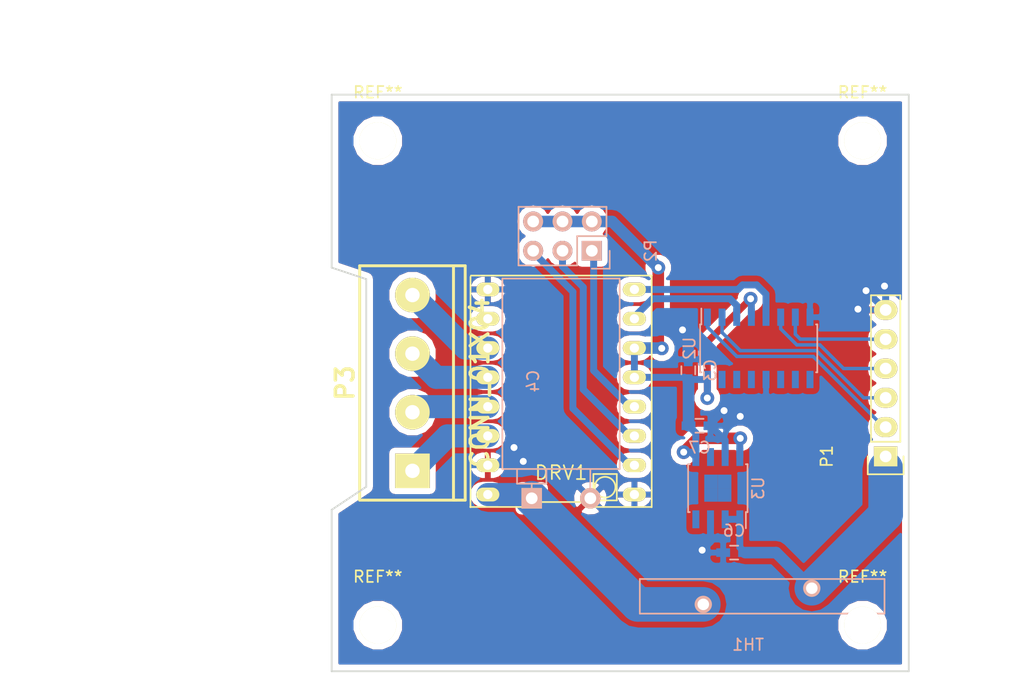
<source format=kicad_pcb>
(kicad_pcb (version 4) (host pcbnew 0.201604172031+6696~44~ubuntu14.04.1-product)

  (general
    (links 40)
    (no_connects 0)
    (area 96.924999 29.924999 147.075001 80.075001)
    (thickness 1.6)
    (drawings 13)
    (tracks 130)
    (zones 0)
    (modules 15)
    (nets 27)
  )

  (page A4)
  (layers
    (0 F.Cu signal)
    (31 B.Cu signal)
    (32 B.Adhes user)
    (33 F.Adhes user)
    (34 B.Paste user)
    (35 F.Paste user)
    (36 B.SilkS user)
    (37 F.SilkS user)
    (38 B.Mask user)
    (39 F.Mask user)
    (40 Dwgs.User user)
    (41 Cmts.User user)
    (42 Eco1.User user)
    (43 Eco2.User user)
    (44 Edge.Cuts user)
    (45 Margin user)
    (46 B.CrtYd user)
    (47 F.CrtYd user)
    (48 B.Fab user)
    (49 F.Fab user)
  )

  (setup
    (last_trace_width 0.6)
    (user_trace_width 0.3)
    (user_trace_width 0.6)
    (user_trace_width 1)
    (user_trace_width 2)
    (user_trace_width 3)
    (trace_clearance 0.2)
    (zone_clearance 0.508)
    (zone_45_only no)
    (trace_min 0.2)
    (segment_width 0.2)
    (edge_width 0.15)
    (via_size 1.2)
    (via_drill 0.6)
    (via_min_size 0.4)
    (via_min_drill 0.3)
    (user_via 1.2 0.6)
    (uvia_size 0.3)
    (uvia_drill 0.1)
    (uvias_allowed no)
    (uvia_min_size 0.2)
    (uvia_min_drill 0.1)
    (pcb_text_width 0.3)
    (pcb_text_size 1.5 1.5)
    (mod_edge_width 0.15)
    (mod_text_size 1 1)
    (mod_text_width 0.15)
    (pad_size 1.524 1.524)
    (pad_drill 0.762)
    (pad_to_mask_clearance 0.2)
    (aux_axis_origin 0 0)
    (visible_elements FFFFFF7F)
    (pcbplotparams
      (layerselection 0x00030_ffffffff)
      (usegerberextensions false)
      (excludeedgelayer true)
      (linewidth 0.100000)
      (plotframeref false)
      (viasonmask false)
      (mode 1)
      (useauxorigin false)
      (hpglpennumber 1)
      (hpglpenspeed 20)
      (hpglpendiameter 15)
      (psnegative false)
      (psa4output false)
      (plotreference true)
      (plotvalue true)
      (plotinvisibletext false)
      (padsonsilk false)
      (subtractmaskfromsilk false)
      (outputformat 1)
      (mirror false)
      (drillshape 1)
      (scaleselection 1)
      (outputdirectory ""))
  )

  (net 0 "")
  (net 1 VCC)
  (net 2 GND)
  (net 3 +5V)
  (net 4 "Net-(DRV1-Pad2)")
  (net 5 "Net-(DRV1-Pad3)")
  (net 6 "Net-(DRV1-Pad4)")
  (net 7 "Net-(DRV1-Pad7)")
  (net 8 "Net-(DRV1-Pad8)")
  (net 9 "Net-(DRV1-Pad10)")
  (net 10 "Net-(DRV1-Pad11)")
  (net 11 "Net-(DRV1-Pad12)")
  (net 12 "Net-(DRV1-Pad13)")
  (net 13 "Net-(DRV1-Pad14)")
  (net 14 "Net-(P1-Pad2)")
  (net 15 "Net-(P1-Pad3)")
  (net 16 "Net-(P1-Pad4)")
  (net 17 "Net-(P1-Pad5)")
  (net 18 "Net-(U2-Pad11)")
  (net 19 "Net-(U2-Pad13)")
  (net 20 "Net-(U2-Pad9)")
  (net 21 "Net-(U2-Pad10)")
  (net 22 "Net-(U2-Pad14)")
  (net 23 "Net-(U2-Pad15)")
  (net 24 "Net-(U3-Pad4)")
  (net 25 "Net-(U3-Pad6)")
  (net 26 "Net-(C6-Pad1)")

  (net_class Default "This is the default net class."
    (clearance 0.2)
    (trace_width 0.25)
    (via_dia 1.2)
    (via_drill 0.6)
    (uvia_dia 0.3)
    (uvia_drill 0.1)
    (add_net +5V)
    (add_net GND)
    (add_net "Net-(C6-Pad1)")
    (add_net "Net-(DRV1-Pad10)")
    (add_net "Net-(DRV1-Pad11)")
    (add_net "Net-(DRV1-Pad12)")
    (add_net "Net-(DRV1-Pad13)")
    (add_net "Net-(DRV1-Pad14)")
    (add_net "Net-(DRV1-Pad2)")
    (add_net "Net-(DRV1-Pad3)")
    (add_net "Net-(DRV1-Pad4)")
    (add_net "Net-(DRV1-Pad7)")
    (add_net "Net-(DRV1-Pad8)")
    (add_net "Net-(P1-Pad2)")
    (add_net "Net-(P1-Pad3)")
    (add_net "Net-(P1-Pad4)")
    (add_net "Net-(P1-Pad5)")
    (add_net "Net-(U2-Pad10)")
    (add_net "Net-(U2-Pad11)")
    (add_net "Net-(U2-Pad13)")
    (add_net "Net-(U2-Pad14)")
    (add_net "Net-(U2-Pad15)")
    (add_net "Net-(U2-Pad9)")
    (add_net "Net-(U3-Pad4)")
    (add_net "Net-(U3-Pad6)")
    (add_net VCC)
  )

  (module Mounting_Holes:MountingHole_3.2mm_M3 (layer F.Cu) (tedit 57179BCA) (tstamp 5715B264)
    (at 143 76)
    (descr "Mounting Hole 3.2mm, no annular, M3")
    (tags "mounting hole 3.2mm no annular m3")
    (fp_text reference REF** (at 0 -4.2) (layer F.SilkS)
      (effects (font (size 1 1) (thickness 0.15)))
    )
    (fp_text value MountingHole_3.2mm_M3 (at 0 4.2) (layer F.Fab) hide
      (effects (font (size 1 1) (thickness 0.15)))
    )
    (fp_circle (center 0 0) (end 3.2 0) (layer Cmts.User) (width 0.15))
    (fp_circle (center 0 0) (end 3.45 0) (layer F.CrtYd) (width 0.05))
    (pad 1 np_thru_hole circle (at 0 0) (size 3.2 3.2) (drill 3.2) (layers *.Cu *.Mask F.SilkS))
  )

  (module Mounting_Holes:MountingHole_3.2mm_M3 (layer F.Cu) (tedit 56D1B4CB) (tstamp 5715B260)
    (at 101 76)
    (descr "Mounting Hole 3.2mm, no annular, M3")
    (tags "mounting hole 3.2mm no annular m3")
    (fp_text reference REF** (at 0 -4.2) (layer F.SilkS)
      (effects (font (size 1 1) (thickness 0.15)))
    )
    (fp_text value MountingHole_3.2mm_M3 (at 0 4.2) (layer F.Fab)
      (effects (font (size 1 1) (thickness 0.15)))
    )
    (fp_circle (center 0 0) (end 3.2 0) (layer Cmts.User) (width 0.15))
    (fp_circle (center 0 0) (end 3.45 0) (layer F.CrtYd) (width 0.05))
    (pad 1 np_thru_hole circle (at 0 0) (size 3.2 3.2) (drill 3.2) (layers *.Cu *.Mask F.SilkS))
  )

  (module Mounting_Holes:MountingHole_3.2mm_M3 (layer F.Cu) (tedit 56D1B4CB) (tstamp 5715B25C)
    (at 143 34)
    (descr "Mounting Hole 3.2mm, no annular, M3")
    (tags "mounting hole 3.2mm no annular m3")
    (fp_text reference REF** (at 0 -4.2) (layer F.SilkS)
      (effects (font (size 1 1) (thickness 0.15)))
    )
    (fp_text value MountingHole_3.2mm_M3 (at 0 4.2) (layer F.Fab)
      (effects (font (size 1 1) (thickness 0.15)))
    )
    (fp_circle (center 0 0) (end 3.2 0) (layer Cmts.User) (width 0.15))
    (fp_circle (center 0 0) (end 3.45 0) (layer F.CrtYd) (width 0.05))
    (pad 1 np_thru_hole circle (at 0 0) (size 3.2 3.2) (drill 3.2) (layers *.Cu *.Mask F.SilkS))
  )

  (module Capacitors_SMD:C_0603_HandSoldering (layer B.Cu) (tedit 541A9B4D) (tstamp 5715A687)
    (at 127.9 53.9 90)
    (descr "Capacitor SMD 0603, hand soldering")
    (tags "capacitor 0603")
    (path /5714F484)
    (attr smd)
    (fp_text reference C3 (at 0 1.9 90) (layer B.SilkS)
      (effects (font (size 1 1) (thickness 0.15)) (justify mirror))
    )
    (fp_text value C (at 0 -1.9 90) (layer B.Fab)
      (effects (font (size 1 1) (thickness 0.15)) (justify mirror))
    )
    (fp_line (start -1.85 0.75) (end 1.85 0.75) (layer B.CrtYd) (width 0.05))
    (fp_line (start -1.85 -0.75) (end 1.85 -0.75) (layer B.CrtYd) (width 0.05))
    (fp_line (start -1.85 0.75) (end -1.85 -0.75) (layer B.CrtYd) (width 0.05))
    (fp_line (start 1.85 0.75) (end 1.85 -0.75) (layer B.CrtYd) (width 0.05))
    (fp_line (start -0.35 0.6) (end 0.35 0.6) (layer B.SilkS) (width 0.15))
    (fp_line (start 0.35 -0.6) (end -0.35 -0.6) (layer B.SilkS) (width 0.15))
    (pad 1 smd rect (at -0.95 0 90) (size 1.2 0.75) (layers B.Cu B.Paste B.Mask)
      (net 3 +5V))
    (pad 2 smd rect (at 0.95 0 90) (size 1.2 0.75) (layers B.Cu B.Paste B.Mask)
      (net 2 GND))
    (model Capacitors_SMD.3dshapes/C_0603_HandSoldering.wrl
      (at (xyz 0 0 0))
      (scale (xyz 1 1 1))
      (rotate (xyz 0 0 0))
    )
  )

  (module Socket_Strips:Socket_Strip_Straight_1x06 locked (layer F.Cu) (tedit 0) (tstamp 5715A70A)
    (at 145 61.37 90)
    (descr "Through hole socket strip")
    (tags "socket strip")
    (path /5714E8D4)
    (fp_text reference P1 (at 0 -5.1 90) (layer F.SilkS)
      (effects (font (size 1 1) (thickness 0.15)))
    )
    (fp_text value CONN_01X06 (at 0 -3.1 90) (layer F.Fab)
      (effects (font (size 1 1) (thickness 0.15)))
    )
    (fp_line (start -1.75 -1.75) (end -1.75 1.75) (layer F.CrtYd) (width 0.05))
    (fp_line (start 14.45 -1.75) (end 14.45 1.75) (layer F.CrtYd) (width 0.05))
    (fp_line (start -1.75 -1.75) (end 14.45 -1.75) (layer F.CrtYd) (width 0.05))
    (fp_line (start -1.75 1.75) (end 14.45 1.75) (layer F.CrtYd) (width 0.05))
    (fp_line (start 1.27 1.27) (end 13.97 1.27) (layer F.SilkS) (width 0.15))
    (fp_line (start 13.97 1.27) (end 13.97 -1.27) (layer F.SilkS) (width 0.15))
    (fp_line (start 13.97 -1.27) (end 1.27 -1.27) (layer F.SilkS) (width 0.15))
    (fp_line (start -1.55 1.55) (end 0 1.55) (layer F.SilkS) (width 0.15))
    (fp_line (start 1.27 1.27) (end 1.27 -1.27) (layer F.SilkS) (width 0.15))
    (fp_line (start 0 -1.55) (end -1.55 -1.55) (layer F.SilkS) (width 0.15))
    (fp_line (start -1.55 -1.55) (end -1.55 1.55) (layer F.SilkS) (width 0.15))
    (pad 1 thru_hole rect (at 0 0 90) (size 1.7272 2.032) (drill 1.016) (layers *.Cu *.Mask F.SilkS)
      (net 26 "Net-(C6-Pad1)"))
    (pad 2 thru_hole oval (at 2.54 0 90) (size 1.7272 2.032) (drill 1.016) (layers *.Cu *.Mask F.SilkS)
      (net 14 "Net-(P1-Pad2)"))
    (pad 3 thru_hole oval (at 5.08 0 90) (size 1.7272 2.032) (drill 1.016) (layers *.Cu *.Mask F.SilkS)
      (net 15 "Net-(P1-Pad3)"))
    (pad 4 thru_hole oval (at 7.62 0 90) (size 1.7272 2.032) (drill 1.016) (layers *.Cu *.Mask F.SilkS)
      (net 16 "Net-(P1-Pad4)"))
    (pad 5 thru_hole oval (at 10.16 0 90) (size 1.7272 2.032) (drill 1.016) (layers *.Cu *.Mask F.SilkS)
      (net 17 "Net-(P1-Pad5)"))
    (pad 6 thru_hole oval (at 12.7 0 90) (size 1.7272 2.032) (drill 1.016) (layers *.Cu *.Mask F.SilkS)
      (net 2 GND))
    (model Socket_Strips.3dshapes/Socket_Strip_Straight_1x06.wrl
      (at (xyz 0.25 0 0))
      (scale (xyz 1 1 1))
      (rotate (xyz 0 0 180))
    )
  )

  (module Housings_SOIC:SOIC-16_3.9x9.9mm_Pitch1.27mm (layer B.Cu) (tedit 54130A77) (tstamp 5715A773)
    (at 134 52 270)
    (descr "16-Lead Plastic Small Outline (SL) - Narrow, 3.90 mm Body [SOIC] (see Microchip Packaging Specification 00000049BS.pdf)")
    (tags "SOIC 1.27")
    (path /5715D3AF)
    (attr smd)
    (fp_text reference U2 (at 0 6 270) (layer B.SilkS)
      (effects (font (size 1 1) (thickness 0.15)) (justify mirror))
    )
    (fp_text value MAX3093 (at 0 -6 270) (layer B.Fab)
      (effects (font (size 1 1) (thickness 0.15)) (justify mirror))
    )
    (fp_line (start -3.7 5.25) (end -3.7 -5.25) (layer B.CrtYd) (width 0.05))
    (fp_line (start 3.7 5.25) (end 3.7 -5.25) (layer B.CrtYd) (width 0.05))
    (fp_line (start -3.7 5.25) (end 3.7 5.25) (layer B.CrtYd) (width 0.05))
    (fp_line (start -3.7 -5.25) (end 3.7 -5.25) (layer B.CrtYd) (width 0.05))
    (fp_line (start -2.075 5.075) (end -2.075 4.97) (layer B.SilkS) (width 0.15))
    (fp_line (start 2.075 5.075) (end 2.075 4.97) (layer B.SilkS) (width 0.15))
    (fp_line (start 2.075 -5.075) (end 2.075 -4.97) (layer B.SilkS) (width 0.15))
    (fp_line (start -2.075 -5.075) (end -2.075 -4.97) (layer B.SilkS) (width 0.15))
    (fp_line (start -2.075 5.075) (end 2.075 5.075) (layer B.SilkS) (width 0.15))
    (fp_line (start -2.075 -5.075) (end 2.075 -5.075) (layer B.SilkS) (width 0.15))
    (fp_line (start -2.075 4.97) (end -3.45 4.97) (layer B.SilkS) (width 0.15))
    (pad 1 smd rect (at -2.7 4.445 270) (size 1.5 0.6) (layers B.Cu B.Paste B.Mask)
      (net 14 "Net-(P1-Pad2)"))
    (pad 2 smd rect (at -2.7 3.175 270) (size 1.5 0.6) (layers B.Cu B.Paste B.Mask)
      (net 15 "Net-(P1-Pad3)"))
    (pad 3 smd rect (at -2.7 1.905 270) (size 1.5 0.6) (layers B.Cu B.Paste B.Mask)
      (net 7 "Net-(DRV1-Pad7)"))
    (pad 4 smd rect (at -2.7 0.635 270) (size 1.5 0.6) (layers B.Cu B.Paste B.Mask)
      (net 3 +5V))
    (pad 5 smd rect (at -2.7 -0.635 270) (size 1.5 0.6) (layers B.Cu B.Paste B.Mask)
      (net 8 "Net-(DRV1-Pad8)"))
    (pad 6 smd rect (at -2.7 -1.905 270) (size 1.5 0.6) (layers B.Cu B.Paste B.Mask)
      (net 16 "Net-(P1-Pad4)"))
    (pad 7 smd rect (at -2.7 -3.175 270) (size 1.5 0.6) (layers B.Cu B.Paste B.Mask)
      (net 17 "Net-(P1-Pad5)"))
    (pad 8 smd rect (at -2.7 -4.445 270) (size 1.5 0.6) (layers B.Cu B.Paste B.Mask)
      (net 2 GND))
    (pad 9 smd rect (at 2.7 -4.445 270) (size 1.5 0.6) (layers B.Cu B.Paste B.Mask)
      (net 20 "Net-(U2-Pad9)"))
    (pad 10 smd rect (at 2.7 -3.175 270) (size 1.5 0.6) (layers B.Cu B.Paste B.Mask)
      (net 21 "Net-(U2-Pad10)"))
    (pad 11 smd rect (at 2.7 -1.905 270) (size 1.5 0.6) (layers B.Cu B.Paste B.Mask)
      (net 18 "Net-(U2-Pad11)"))
    (pad 12 smd rect (at 2.7 -0.635 270) (size 1.5 0.6) (layers B.Cu B.Paste B.Mask)
      (net 2 GND))
    (pad 13 smd rect (at 2.7 0.635 270) (size 1.5 0.6) (layers B.Cu B.Paste B.Mask)
      (net 19 "Net-(U2-Pad13)"))
    (pad 14 smd rect (at 2.7 1.905 270) (size 1.5 0.6) (layers B.Cu B.Paste B.Mask)
      (net 22 "Net-(U2-Pad14)"))
    (pad 15 smd rect (at 2.7 3.175 270) (size 1.5 0.6) (layers B.Cu B.Paste B.Mask)
      (net 23 "Net-(U2-Pad15)"))
    (pad 16 smd rect (at 2.7 4.445 270) (size 1.5 0.6) (layers B.Cu B.Paste B.Mask)
      (net 3 +5V))
    (model Housings_SOIC.3dshapes/SOIC-16_3.9x9.9mm_Pitch1.27mm.wrl
      (at (xyz 0 0 0))
      (scale (xyz 1 1 1))
      (rotate (xyz 0 0 0))
    )
  )

  (module drv8825:DRV8825 (layer F.Cu) (tedit 56E19F2A) (tstamp 5715A6F5)
    (at 116.879759 55.784669 90)
    (path /5714DDB6)
    (fp_text reference DRV1 (at -7 0 180) (layer F.SilkS)
      (effects (font (size 1.2 1.2) (thickness 0.15)))
    )
    (fp_text value POLOLU-DRV8825 (at 0 0 90) (layer F.Fab)
      (effects (font (size 1.2 1.2) (thickness 0.15)))
    )
    (fp_line (start -9.398 2.794) (end -7.112 2.794) (layer F.SilkS) (width 0.15))
    (fp_line (start -7.112 2.794) (end -7.112 4.826) (layer F.SilkS) (width 0.15))
    (fp_line (start -7.112 4.826) (end -9.398 4.826) (layer F.SilkS) (width 0.15))
    (fp_line (start -9.398 4.826) (end -9.398 2.794) (layer F.SilkS) (width 0.15))
    (fp_circle (center -8.255 3.81) (end -7.62 3.175) (layer F.SilkS) (width 0.15))
    (fp_line (start 10.0965 -7.8105) (end 10.0965 7.874) (layer F.SilkS) (width 0.15))
    (fp_line (start -9.9695 2.2225) (end -9.9695 7.8105) (layer F.SilkS) (width 0.15))
    (fp_line (start -9.9695 -2.2225) (end -9.9695 -7.874) (layer F.SilkS) (width 0.15))
    (fp_line (start -9.99 7.849999) (end 9.99 7.85) (layer F.SilkS) (width 0.15))
    (fp_line (start 9.99 -7.849999) (end -9.99 -7.85) (layer F.SilkS) (width 0.15))
    (fp_line (start -9.99 -2.193333) (end -9.54 -2.193333) (layer F.SilkS) (width 0.15))
    (fp_line (start -9.54 -2.193333) (end -9.54 2.193333) (layer F.SilkS) (width 0.15))
    (fp_line (start -9.54 2.193333) (end -9.99 2.193333) (layer F.SilkS) (width 0.15))
    (pad 16 thru_hole oval (at -8.89 -6.35 90) (size 1.2 2) (drill 0.8) (layers *.Cu *.Mask F.SilkS)
      (net 1 VCC))
    (pad 1 thru_hole oval (at -8.89 6.35 90) (size 1.2 2) (drill 0.8) (layers *.Cu *.Mask F.SilkS)
      (net 2 GND))
    (pad 15 thru_hole oval (at -6.35 -6.35 90) (size 1.2 2) (drill 0.8) (layers *.Cu *.Mask F.SilkS)
      (net 2 GND))
    (pad 2 thru_hole oval (at -6.35 6.35 90) (size 1.2 2) (drill 0.8) (layers *.Cu *.Mask F.SilkS)
      (net 4 "Net-(DRV1-Pad2)"))
    (pad 14 thru_hole oval (at -3.81 -6.35 90) (size 1.2 2) (drill 0.8) (layers *.Cu *.Mask F.SilkS)
      (net 13 "Net-(DRV1-Pad14)"))
    (pad 3 thru_hole oval (at -3.81 6.35 90) (size 1.2 2) (drill 0.8) (layers *.Cu *.Mask F.SilkS)
      (net 5 "Net-(DRV1-Pad3)"))
    (pad 13 thru_hole oval (at -1.27 -6.35 90) (size 1.2 2) (drill 0.8) (layers *.Cu *.Mask F.SilkS)
      (net 12 "Net-(DRV1-Pad13)"))
    (pad 4 thru_hole oval (at -1.27 6.35 90) (size 1.2 2) (drill 0.8) (layers *.Cu *.Mask F.SilkS)
      (net 6 "Net-(DRV1-Pad4)"))
    (pad 12 thru_hole oval (at 1.27 -6.35 90) (size 1.2 2) (drill 0.8) (layers *.Cu *.Mask F.SilkS)
      (net 11 "Net-(DRV1-Pad12)"))
    (pad 5 thru_hole oval (at 1.27 6.35 90) (size 1.2 2) (drill 0.8) (layers *.Cu *.Mask F.SilkS)
      (net 3 +5V))
    (pad 11 thru_hole oval (at 3.81 -6.35 90) (size 1.2 2) (drill 0.8) (layers *.Cu *.Mask F.SilkS)
      (net 10 "Net-(DRV1-Pad11)"))
    (pad 6 thru_hole oval (at 3.81 6.35 90) (size 1.2 2) (drill 0.8) (layers *.Cu *.Mask F.SilkS)
      (net 3 +5V))
    (pad 10 thru_hole oval (at 6.35 -6.35 90) (size 1.2 2) (drill 0.8) (layers *.Cu *.Mask F.SilkS)
      (net 9 "Net-(DRV1-Pad10)"))
    (pad 7 thru_hole oval (at 6.35 6.35 90) (size 1.2 2) (drill 0.8) (layers *.Cu *.Mask F.SilkS)
      (net 7 "Net-(DRV1-Pad7)"))
    (pad 9 thru_hole oval (at 8.89 -6.35 90) (size 1.2 2) (drill 0.8) (layers *.Cu *.Mask F.SilkS)
      (net 2 GND))
    (pad 8 thru_hole oval (at 8.89 6.35 90) (size 1.2 2) (drill 0.8) (layers *.Cu *.Mask F.SilkS)
      (net 8 "Net-(DRV1-Pad8)"))
    (model etc/Archiv/drv8825_3D/8825.wrl
      (at (xyz 0.395 0.3 -0.2))
      (scale (xyz 0.3937 0.3937 0.3937))
      (rotate (xyz 0 0 180))
    )
  )

  (module Pin_Headers:Pin_Header_Straight_2x03 (layer B.Cu) (tedit 54EA0A4B) (tstamp 5715A721)
    (at 119.54 43.54 90)
    (descr "Through hole pin header")
    (tags "pin header")
    (path /5714F831)
    (fp_text reference P2 (at 0 5.1 90) (layer B.SilkS)
      (effects (font (size 1 1) (thickness 0.15)) (justify mirror))
    )
    (fp_text value CONN_02X03 (at 0 3.1 90) (layer B.Fab)
      (effects (font (size 1 1) (thickness 0.15)) (justify mirror))
    )
    (fp_line (start -1.27 -1.27) (end -1.27 -6.35) (layer B.SilkS) (width 0.15))
    (fp_line (start -1.55 1.55) (end 0 1.55) (layer B.SilkS) (width 0.15))
    (fp_line (start -1.75 1.75) (end -1.75 -6.85) (layer B.CrtYd) (width 0.05))
    (fp_line (start 4.3 1.75) (end 4.3 -6.85) (layer B.CrtYd) (width 0.05))
    (fp_line (start -1.75 1.75) (end 4.3 1.75) (layer B.CrtYd) (width 0.05))
    (fp_line (start -1.75 -6.85) (end 4.3 -6.85) (layer B.CrtYd) (width 0.05))
    (fp_line (start 1.27 1.27) (end 1.27 -1.27) (layer B.SilkS) (width 0.15))
    (fp_line (start 1.27 -1.27) (end -1.27 -1.27) (layer B.SilkS) (width 0.15))
    (fp_line (start -1.27 -6.35) (end 3.81 -6.35) (layer B.SilkS) (width 0.15))
    (fp_line (start 3.81 -6.35) (end 3.81 -1.27) (layer B.SilkS) (width 0.15))
    (fp_line (start -1.55 1.55) (end -1.55 0) (layer B.SilkS) (width 0.15))
    (fp_line (start 3.81 1.27) (end 1.27 1.27) (layer B.SilkS) (width 0.15))
    (fp_line (start 3.81 -1.27) (end 3.81 1.27) (layer B.SilkS) (width 0.15))
    (pad 1 thru_hole rect (at 0 0 90) (size 1.7272 1.7272) (drill 1.016) (layers *.Cu *.Mask B.SilkS)
      (net 6 "Net-(DRV1-Pad4)"))
    (pad 2 thru_hole oval (at 2.54 0 90) (size 1.7272 1.7272) (drill 1.016) (layers *.Cu *.Mask B.SilkS)
      (net 3 +5V))
    (pad 3 thru_hole oval (at 0 -2.54 90) (size 1.7272 1.7272) (drill 1.016) (layers *.Cu *.Mask B.SilkS)
      (net 5 "Net-(DRV1-Pad3)"))
    (pad 4 thru_hole oval (at 2.54 -2.54 90) (size 1.7272 1.7272) (drill 1.016) (layers *.Cu *.Mask B.SilkS)
      (net 3 +5V))
    (pad 5 thru_hole oval (at 0 -5.08 90) (size 1.7272 1.7272) (drill 1.016) (layers *.Cu *.Mask B.SilkS)
      (net 4 "Net-(DRV1-Pad2)"))
    (pad 6 thru_hole oval (at 2.54 -5.08 90) (size 1.7272 1.7272) (drill 1.016) (layers *.Cu *.Mask B.SilkS)
      (net 3 +5V))
    (model Pin_Headers.3dshapes/Pin_Header_Straight_2x03.wrl
      (at (xyz 0.05 -0.1 -0.07000000000000001))
      (scale (xyz 1 1 1))
      (rotate (xyz 0 180 90))
    )
  )

  (module Discret:CPR10X16 (layer B.Cu) (tedit 0) (tstamp 5715A6C2)
    (at 117 65 270)
    (descr "Condensateur polarise couche")
    (tags CP)
    (path /5714EF07)
    (fp_text reference C4 (at -10.16 2.54 270) (layer B.SilkS)
      (effects (font (size 1 1) (thickness 0.15)) (justify mirror))
    )
    (fp_text value CP1 (at -10.16 -2.54 270) (layer B.Fab)
      (effects (font (size 1 1) (thickness 0.15)) (justify mirror))
    )
    (fp_line (start -2.54 5.207) (end -19.05 5.207) (layer B.SilkS) (width 0.15))
    (fp_line (start -19.05 5.207) (end -19.05 -4.953) (layer B.SilkS) (width 0.15))
    (fp_line (start -19.05 -4.953) (end -2.54 -4.953) (layer B.SilkS) (width 0.15))
    (fp_line (start -2.54 -4.953) (end -2.54 5.207) (layer B.SilkS) (width 0.15))
    (fp_line (start -2.54 3.937) (end -1.27 3.937) (layer B.SilkS) (width 0.15))
    (fp_line (start -1.27 3.937) (end -1.27 1.397) (layer B.SilkS) (width 0.15))
    (fp_line (start -1.27 1.397) (end -2.54 1.397) (layer B.SilkS) (width 0.15))
    (fp_line (start -1.27 2.667) (end 0 2.667) (layer B.SilkS) (width 0.15))
    (fp_line (start -2.54 -2.413) (end 0 -2.413) (layer B.SilkS) (width 0.15))
    (pad 1 thru_hole rect (at 0 2.667 270) (size 1.778 1.778) (drill 1.016) (layers *.Cu *.SilkS *.Mask)
      (net 1 VCC))
    (pad 2 thru_hole circle (at 0 -2.413 270) (size 1.778 1.778) (drill 1.016) (layers *.Cu *.SilkS *.Mask)
      (net 2 GND))
    (model Discret.3dshapes/CPR10X16.wrl
      (at (xyz 0 0 0.1))
      (scale (xyz 1 1 1))
      (rotate (xyz 0 0 0))
    )
  )

  (module Mounting_Holes:MountingHole_3.2mm_M3 (layer F.Cu) (tedit 56D1B4CB) (tstamp 5715B25A)
    (at 101 34)
    (descr "Mounting Hole 3.2mm, no annular, M3")
    (tags "mounting hole 3.2mm no annular m3")
    (fp_text reference REF** (at 0 -4.2) (layer F.SilkS)
      (effects (font (size 1 1) (thickness 0.15)))
    )
    (fp_text value MountingHole_3.2mm_M3 (at 0 4.2) (layer F.Fab)
      (effects (font (size 1 1) (thickness 0.15)))
    )
    (fp_circle (center 0 0) (end 3.2 0) (layer Cmts.User) (width 0.15))
    (fp_circle (center 0 0) (end 3.45 0) (layer F.CrtYd) (width 0.05))
    (pad 1 np_thru_hole circle (at 0 0) (size 3.2 3.2) (drill 3.2) (layers *.Cu *.Mask F.SilkS))
  )

  (module w_conn_screw:mors_4p (layer F.Cu) (tedit 0) (tstamp 57179A7C)
    (at 104 55 90)
    (descr "Terminal block 4 pins")
    (tags DEV)
    (path /5714EF61)
    (fp_text reference P3 (at 0 -5.842 90) (layer F.SilkS)
      (effects (font (thickness 0.3048)))
    )
    (fp_text value CONN_01X04 (at 0 5.842 90) (layer F.SilkS)
      (effects (font (thickness 0.3048)))
    )
    (fp_line (start 10.16 4.572) (end -10.16 4.572) (layer F.SilkS) (width 0.254))
    (fp_line (start 10.16 -4.572) (end -10.16 -4.572) (layer F.SilkS) (width 0.254))
    (fp_line (start -10.16 3.556) (end 10.16 3.556) (layer F.SilkS) (width 0.254))
    (fp_line (start 10.16 -4.572) (end 10.16 4.572) (layer F.SilkS) (width 0.254))
    (fp_line (start -10.16 4.572) (end -10.16 3.556) (layer F.SilkS) (width 0.254))
    (fp_line (start -10.16 -4.572) (end -10.16 -3.81) (layer F.SilkS) (width 0.254))
    (fp_line (start -10.16 3.81) (end -10.16 -3.81) (layer F.SilkS) (width 0.254))
    (pad 1 thru_hole rect (at -7.62 0 90) (size 2.99974 2.99974) (drill 1.24968) (layers *.Cu *.Mask F.SilkS)
      (net 13 "Net-(DRV1-Pad14)"))
    (pad 2 thru_hole circle (at -2.54 0 90) (size 2.99974 2.99974) (drill 1.24968) (layers *.Cu *.Mask F.SilkS)
      (net 12 "Net-(DRV1-Pad13)"))
    (pad 3 thru_hole circle (at 2.54 0 90) (size 2.99974 2.99974) (drill 1.24968) (layers *.Cu *.Mask F.SilkS)
      (net 11 "Net-(DRV1-Pad12)"))
    (pad 4 thru_hole circle (at 7.62 0 90) (size 2.99974 2.99974) (drill 1.24968) (layers *.Cu *.Mask F.SilkS)
      (net 10 "Net-(DRV1-Pad11)"))
    (model walter/conn_screw/mors_4p.wrl
      (at (xyz 0 0 0))
      (scale (xyz 1 1 1))
      (rotate (xyz 0 0 0))
    )
  )

  (module Capacitors_SMD:C_0603_HandSoldering (layer B.Cu) (tedit 541A9B4D) (tstamp 5717A443)
    (at 131.871417 69.710653 180)
    (descr "Capacitor SMD 0603, hand soldering")
    (tags "capacitor 0603")
    (path /5717A2B1)
    (attr smd)
    (fp_text reference C6 (at 0 1.9 180) (layer B.SilkS)
      (effects (font (size 1 1) (thickness 0.15)) (justify mirror))
    )
    (fp_text value 1u (at 0 -1.9 180) (layer B.Fab)
      (effects (font (size 1 1) (thickness 0.15)) (justify mirror))
    )
    (fp_line (start -1.85 0.75) (end 1.85 0.75) (layer B.CrtYd) (width 0.05))
    (fp_line (start -1.85 -0.75) (end 1.85 -0.75) (layer B.CrtYd) (width 0.05))
    (fp_line (start -1.85 0.75) (end -1.85 -0.75) (layer B.CrtYd) (width 0.05))
    (fp_line (start 1.85 0.75) (end 1.85 -0.75) (layer B.CrtYd) (width 0.05))
    (fp_line (start -0.35 0.6) (end 0.35 0.6) (layer B.SilkS) (width 0.15))
    (fp_line (start 0.35 -0.6) (end -0.35 -0.6) (layer B.SilkS) (width 0.15))
    (pad 1 smd rect (at -0.95 0 180) (size 1.2 0.75) (layers B.Cu B.Paste B.Mask)
      (net 26 "Net-(C6-Pad1)"))
    (pad 2 smd rect (at 0.95 0 180) (size 1.2 0.75) (layers B.Cu B.Paste B.Mask)
      (net 2 GND))
    (model Capacitors_SMD.3dshapes/C_0603_HandSoldering.wrl
      (at (xyz 0 0 0))
      (scale (xyz 1 1 1))
      (rotate (xyz 0 0 0))
    )
  )

  (module Capacitors_SMD:C_0603_HandSoldering (layer B.Cu) (tedit 541A9B4D) (tstamp 5717A44F)
    (at 128.871417 58.710653)
    (descr "Capacitor SMD 0603, hand soldering")
    (tags "capacitor 0603")
    (path /5717A2B2)
    (attr smd)
    (fp_text reference C7 (at 0 1.9) (layer B.SilkS)
      (effects (font (size 1 1) (thickness 0.15)) (justify mirror))
    )
    (fp_text value 1u (at 0 -1.9) (layer B.Fab)
      (effects (font (size 1 1) (thickness 0.15)) (justify mirror))
    )
    (fp_line (start -1.85 0.75) (end 1.85 0.75) (layer B.CrtYd) (width 0.05))
    (fp_line (start -1.85 -0.75) (end 1.85 -0.75) (layer B.CrtYd) (width 0.05))
    (fp_line (start -1.85 0.75) (end -1.85 -0.75) (layer B.CrtYd) (width 0.05))
    (fp_line (start 1.85 0.75) (end 1.85 -0.75) (layer B.CrtYd) (width 0.05))
    (fp_line (start -0.35 0.6) (end 0.35 0.6) (layer B.SilkS) (width 0.15))
    (fp_line (start 0.35 -0.6) (end -0.35 -0.6) (layer B.SilkS) (width 0.15))
    (pad 1 smd rect (at -0.95 0) (size 1.2 0.75) (layers B.Cu B.Paste B.Mask)
      (net 3 +5V))
    (pad 2 smd rect (at 0.95 0) (size 1.2 0.75) (layers B.Cu B.Paste B.Mask)
      (net 2 GND))
    (model Capacitors_SMD.3dshapes/C_0603_HandSoldering.wrl
      (at (xyz 0 0 0))
      (scale (xyz 1 1 1))
      (rotate (xyz 0 0 0))
    )
  )

  (module Housings_SOIC:SOIC-8-1EP_3.9x4.9mm_Pitch1.27mm (layer B.Cu) (tedit 54130A77) (tstamp 5717A4C6)
    (at 130.458917 64.123153 90)
    (descr "8-Lead Thermally Enhanced Plastic Small Outline (SE) - Narrow, 3.90 mm Body [SOIC] (see Microchip Packaging Specification 00000049BS.pdf)")
    (tags "SOIC 1.27")
    (path /5717A2B8)
    (attr smd)
    (fp_text reference U3 (at 0 3.5 90) (layer B.SilkS)
      (effects (font (size 1 1) (thickness 0.15)) (justify mirror))
    )
    (fp_text value MAX5024 (at 0 -3.5 90) (layer B.Fab)
      (effects (font (size 1 1) (thickness 0.15)) (justify mirror))
    )
    (fp_line (start -3.75 2.75) (end -3.75 -2.75) (layer B.CrtYd) (width 0.05))
    (fp_line (start 3.75 2.75) (end 3.75 -2.75) (layer B.CrtYd) (width 0.05))
    (fp_line (start -3.75 2.75) (end 3.75 2.75) (layer B.CrtYd) (width 0.05))
    (fp_line (start -3.75 -2.75) (end 3.75 -2.75) (layer B.CrtYd) (width 0.05))
    (fp_line (start -2.075 2.575) (end -2.075 2.43) (layer B.SilkS) (width 0.15))
    (fp_line (start 2.075 2.575) (end 2.075 2.43) (layer B.SilkS) (width 0.15))
    (fp_line (start 2.075 -2.575) (end 2.075 -2.43) (layer B.SilkS) (width 0.15))
    (fp_line (start -2.075 -2.575) (end -2.075 -2.43) (layer B.SilkS) (width 0.15))
    (fp_line (start -2.075 2.575) (end 2.075 2.575) (layer B.SilkS) (width 0.15))
    (fp_line (start -2.075 -2.575) (end 2.075 -2.575) (layer B.SilkS) (width 0.15))
    (fp_line (start -2.075 2.43) (end -3.475 2.43) (layer B.SilkS) (width 0.15))
    (pad 1 smd rect (at -2.7 1.905 90) (size 1.55 0.6) (layers B.Cu B.Paste B.Mask)
      (net 26 "Net-(C6-Pad1)"))
    (pad 2 smd rect (at -2.7 0.635 90) (size 1.55 0.6) (layers B.Cu B.Paste B.Mask)
      (net 26 "Net-(C6-Pad1)"))
    (pad 3 smd rect (at -2.7 -0.635 90) (size 1.55 0.6) (layers B.Cu B.Paste B.Mask)
      (net 2 GND))
    (pad 4 smd rect (at -2.7 -1.905 90) (size 1.55 0.6) (layers B.Cu B.Paste B.Mask)
      (net 24 "Net-(U3-Pad4)"))
    (pad 5 smd rect (at 2.7 -1.905 90) (size 1.55 0.6) (layers B.Cu B.Paste B.Mask)
      (net 3 +5V))
    (pad 6 smd rect (at 2.7 -0.635 90) (size 1.55 0.6) (layers B.Cu B.Paste B.Mask)
      (net 25 "Net-(U3-Pad6)"))
    (pad 7 smd rect (at 2.7 0.635 90) (size 1.55 0.6) (layers B.Cu B.Paste B.Mask)
      (net 2 GND))
    (pad 8 smd rect (at 2.7 1.905 90) (size 1.55 0.6) (layers B.Cu B.Paste B.Mask)
      (net 3 +5V))
    (pad 9 smd rect (at 0.5875 -0.5875 90) (size 1.175 1.175) (layers B.Cu B.Paste B.Mask)
      (solder_paste_margin_ratio -0.2))
    (pad 9 smd rect (at 0.5875 0.5875 90) (size 1.175 1.175) (layers B.Cu B.Paste B.Mask)
      (solder_paste_margin_ratio -0.2))
    (pad 9 smd rect (at -0.5875 -0.5875 90) (size 1.175 1.175) (layers B.Cu B.Paste B.Mask)
      (solder_paste_margin_ratio -0.2))
    (pad 9 smd rect (at -0.5875 0.5875 90) (size 1.175 1.175) (layers B.Cu B.Paste B.Mask)
      (solder_paste_margin_ratio -0.2))
    (model Housings_SOIC.3dshapes/SOIC-8-1EP_3.9x4.9mm_Pitch1.27mm.wrl
      (at (xyz 0 0 0))
      (scale (xyz 1 1 1))
      (rotate (xyz 0 0 0))
    )
  )

  (module dip-sw:MC36201 (layer B.Cu) (tedit 57172765) (tstamp 5715A742)
    (at 129.2 74.2)
    (descr "Capacitor 12mm Disc, Pitch 7.75mm")
    (tags Capacitor)
    (path /5715085E)
    (fp_text reference TH1 (at 3.875 3.5) (layer B.SilkS)
      (effects (font (size 1 1) (thickness 0.15)) (justify mirror))
    )
    (fp_text value THERMISTOR (at 3.875 -3.5) (layer B.Fab)
      (effects (font (size 1 1) (thickness 0.15)) (justify mirror))
    )
    (fp_line (start -6.35 1.27) (end 16.51 1.27) (layer B.CrtYd) (width 0.05))
    (fp_line (start 16.51 1.27) (end 16.51 -2.54) (layer B.CrtYd) (width 0.05))
    (fp_line (start 16.51 -2.54) (end -6.35 -2.54) (layer B.CrtYd) (width 0.05))
    (fp_line (start -6.35 -2.54) (end -6.35 1.27) (layer B.CrtYd) (width 0.05))
    (fp_line (start -5.5 0.8) (end 15.7 0.8) (layer B.SilkS) (width 0.15))
    (fp_line (start 15.7 0.8) (end 15.7 -2.2) (layer B.SilkS) (width 0.15))
    (fp_line (start 15.7 -2.2) (end -5.5 -2.2) (layer B.SilkS) (width 0.15))
    (fp_line (start -5.5 -2.2) (end -5.5 0.8) (layer B.SilkS) (width 0.15))
    (pad 1 thru_hole circle (at 0 0) (size 1.5 1.5) (drill 1) (layers *.Cu *.Mask B.SilkS)
      (net 1 VCC))
    (pad 2 thru_hole circle (at 9.4 -1.4) (size 1.5 1.5) (drill 1) (layers *.Cu *.Mask B.SilkS)
      (net 26 "Net-(C6-Pad1)"))
    (model Capacitors_ThroughHole.3dshapes/C_Disc_D12_P7.75.wrl
      (at (xyz 0.15255906 0 0))
      (scale (xyz 1 1 1))
      (rotate (xyz 0 0 0))
    )
  )

  (dimension 21 (width 0.3) (layer Cmts.User)
    (gr_text "21,000 mm" (at 93.65 55.5 90) (layer Cmts.User)
      (effects (font (size 1.5 1.5) (thickness 0.3)))
    )
    (feature1 (pts (xy 97 45) (xy 92.3 45)))
    (feature2 (pts (xy 97 66) (xy 92.3 66)))
    (crossbar (pts (xy 95 66) (xy 95 45)))
    (arrow1a (pts (xy 95 45) (xy 95.586421 46.126504)))
    (arrow1b (pts (xy 95 45) (xy 94.413579 46.126504)))
    (arrow2a (pts (xy 95 66) (xy 95.586421 64.873496)))
    (arrow2b (pts (xy 95 66) (xy 94.413579 64.873496)))
  )
  (gr_line (start 100 46) (end 97 45) (layer Edge.Cuts) (width 0.15))
  (gr_line (start 100 64) (end 100 46) (layer Edge.Cuts) (width 0.15))
  (gr_line (start 97 66) (end 100 64) (layer Edge.Cuts) (width 0.15))
  (gr_line (start 97 30) (end 97 45) (layer Edge.Cuts) (width 0.15))
  (dimension 25 (width 0.3) (layer Cmts.User)
    (gr_text "25,000 mm" (at 154.302717 67.5 90) (layer Cmts.User)
      (effects (font (size 1.5 1.5) (thickness 0.3)))
    )
    (feature1 (pts (xy 147 55) (xy 155.652717 55)))
    (feature2 (pts (xy 147 80) (xy 155.652717 80)))
    (crossbar (pts (xy 152.952717 80) (xy 152.952717 55)))
    (arrow1a (pts (xy 152.952717 55) (xy 153.539138 56.126504)))
    (arrow1b (pts (xy 152.952717 55) (xy 152.366296 56.126504)))
    (arrow2a (pts (xy 152.952717 80) (xy 153.539138 78.873496)))
    (arrow2b (pts (xy 152.952717 80) (xy 152.366296 78.873496)))
  )
  (dimension 25 (width 0.3) (layer Cmts.User)
    (gr_text "25,000 mm" (at 90.65 67.5 90) (layer Cmts.User) (tstamp 57179E6B)
      (effects (font (size 1.5 1.5) (thickness 0.3)))
    )
    (feature1 (pts (xy 97 55) (xy 89.3 55)))
    (feature2 (pts (xy 97 80) (xy 89.3 80)))
    (crossbar (pts (xy 92 80) (xy 92 55)))
    (arrow1a (pts (xy 92 55) (xy 92.586421 56.126504)))
    (arrow1b (pts (xy 92 55) (xy 91.413579 56.126504)))
    (arrow2a (pts (xy 92 80) (xy 92.586421 78.873496)))
    (arrow2b (pts (xy 92 80) (xy 91.413579 78.873496)))
  )
  (gr_line (start 147 30) (end 97 30) (layer Edge.Cuts) (width 0.15))
  (gr_line (start 147 80) (end 147 30) (layer Edge.Cuts) (width 0.15))
  (gr_line (start 97 80) (end 147 80) (layer Edge.Cuts) (width 0.15))
  (gr_line (start 97 66) (end 97 80) (layer Edge.Cuts) (width 0.15))
  (dimension 50 (width 0.3) (layer Cmts.User)
    (gr_text "50,000 mm" (at 74.55 55 270) (layer Cmts.User)
      (effects (font (size 1.5 1.5) (thickness 0.3)))
    )
    (feature1 (pts (xy 97 80) (xy 73.2 80)))
    (feature2 (pts (xy 97 30) (xy 73.2 30)))
    (crossbar (pts (xy 75.9 30) (xy 75.9 80)))
    (arrow1a (pts (xy 75.9 80) (xy 75.313579 78.873496)))
    (arrow1b (pts (xy 75.9 80) (xy 76.486421 78.873496)))
    (arrow2a (pts (xy 75.9 30) (xy 75.313579 31.126504)))
    (arrow2b (pts (xy 75.9 30) (xy 76.486421 31.126504)))
  )
  (dimension 50 (width 0.3) (layer Cmts.User)
    (gr_text "50,000 mm" (at 122 23.65) (layer Cmts.User)
      (effects (font (size 1.5 1.5) (thickness 0.3)))
    )
    (feature1 (pts (xy 97 30) (xy 97 22.3)))
    (feature2 (pts (xy 147 30) (xy 147 22.3)))
    (crossbar (pts (xy 147 25) (xy 97 25)))
    (arrow1a (pts (xy 97 25) (xy 98.126504 24.413579)))
    (arrow1b (pts (xy 97 25) (xy 98.126504 25.586421)))
    (arrow2a (pts (xy 147 25) (xy 145.873496 24.413579)))
    (arrow2b (pts (xy 147 25) (xy 145.873496 25.586421)))
  )

  (segment (start 129.2 74.2) (end 123.533 74.2) (width 3) (layer B.Cu) (net 1))
  (segment (start 123.533 74.2) (end 114.333 65) (width 3) (layer B.Cu) (net 1))
  (segment (start 110.529759 64.674669) (end 114.007669 64.674669) (width 2) (layer B.Cu) (net 1))
  (segment (start 114.007669 64.674669) (end 114.333 65) (width 2) (layer B.Cu) (net 1))
  (segment (start 114.007669 64.674669) (end 114.333 65) (width 1) (layer F.Cu) (net 1) (status 30))
  (via (at 132.4 57.9) (size 1.2) (drill 0.6) (layers F.Cu B.Cu) (net 2))
  (segment (start 132.4 57.9) (end 131.5 57.9) (width 0.6) (layer F.Cu) (net 2))
  (segment (start 131.5 57.9) (end 131 57.4) (width 0.6) (layer F.Cu) (net 2))
  (segment (start 129.821417 58.710653) (end 129.821417 58.578583) (width 0.6) (layer B.Cu) (net 2))
  (segment (start 129.821417 58.578583) (end 131 57.4) (width 0.6) (layer B.Cu) (net 2))
  (via (at 131 57.4) (size 1.2) (drill 0.6) (layers F.Cu B.Cu) (net 2))
  (segment (start 131.093917 61.423153) (end 131.093917 59.983153) (width 0.6) (layer B.Cu) (net 2))
  (segment (start 131.093917 59.983153) (end 129.821417 58.710653) (width 0.6) (layer B.Cu) (net 2))
  (segment (start 112.8 60.6) (end 112.8 61) (width 0.6) (layer F.Cu) (net 2))
  (segment (start 112.8 61) (end 113.6 61.8) (width 0.6) (layer F.Cu) (net 2))
  (via (at 113.6 61.8) (size 1.2) (drill 0.6) (layers F.Cu B.Cu) (net 2))
  (segment (start 110.529759 62.134669) (end 111.265331 62.134669) (width 0.6) (layer B.Cu) (net 2))
  (segment (start 111.265331 62.134669) (end 112.8 60.6) (width 0.6) (layer B.Cu) (net 2))
  (via (at 112.8 60.6) (size 1.2) (drill 0.6) (layers F.Cu B.Cu) (net 2))
  (segment (start 145 48.67) (end 144.97 48.67) (width 0.6) (layer B.Cu) (net 2) (status 30))
  (segment (start 144.97 48.67) (end 143.3 47) (width 0.6) (layer B.Cu) (net 2) (status 10))
  (via (at 143.3 47) (size 1.2) (drill 0.6) (layers F.Cu B.Cu) (net 2))
  (segment (start 145 48.67) (end 142.67 48.67) (width 0.6) (layer F.Cu) (net 2) (status 10))
  (segment (start 142.67 48.67) (end 142.6 48.6) (width 0.6) (layer F.Cu) (net 2))
  (via (at 142.6 48.6) (size 1.2) (drill 0.6) (layers F.Cu B.Cu) (net 2))
  (segment (start 145 48.67) (end 145 46.7) (width 0.6) (layer B.Cu) (net 2) (status 10))
  (segment (start 145 46.7) (end 144.9 46.6) (width 0.6) (layer B.Cu) (net 2))
  (via (at 144.9 46.6) (size 1.2) (drill 0.6) (layers F.Cu B.Cu) (net 2))
  (segment (start 129.823917 66.823153) (end 129.823917 68.776083) (width 0.6) (layer B.Cu) (net 2) (status 10))
  (segment (start 129.823917 68.776083) (end 129.1 69.5) (width 0.6) (layer B.Cu) (net 2))
  (via (at 129.1 69.5) (size 1.2) (drill 0.6) (layers F.Cu B.Cu) (net 2))
  (segment (start 127.9 52.95) (end 127.9 50.9) (width 1) (layer B.Cu) (net 2) (status 10))
  (segment (start 127.9 50.9) (end 127.4 50.4) (width 1) (layer B.Cu) (net 2))
  (via (at 127.4 50.4) (size 1.2) (drill 0.6) (layers F.Cu B.Cu) (net 2))
  (segment (start 127.921417 58.710653) (end 127.921417 54.871417) (width 1) (layer B.Cu) (net 3))
  (segment (start 127.921417 54.871417) (end 127.9 54.85) (width 1) (layer B.Cu) (net 3))
  (segment (start 132.363917 61.423153) (end 132.363917 59.836083) (width 0.6) (layer B.Cu) (net 3) (status 10))
  (segment (start 132.363917 59.836083) (end 132.4 59.8) (width 0.6) (layer B.Cu) (net 3))
  (segment (start 128.7 59.8) (end 132.4 59.8) (width 1) (layer F.Cu) (net 3))
  (segment (start 127.5 61) (end 128.7 59.8) (width 1) (layer F.Cu) (net 3))
  (via (at 132.4 59.8) (size 1.2) (drill 0.6) (layers F.Cu B.Cu) (net 3))
  (segment (start 127.5 61) (end 128.130764 61) (width 0.6) (layer B.Cu) (net 3))
  (segment (start 128.130764 61) (end 128.553917 61.423153) (width 0.6) (layer B.Cu) (net 3) (status 20))
  (via (at 127.5 61) (size 1.2) (drill 0.6) (layers F.Cu B.Cu) (net 3))
  (segment (start 129.555 56.297395) (end 129.546235 56.30616) (width 0.6) (layer B.Cu) (net 3))
  (segment (start 129.555 54.7) (end 129.555 56.297395) (width 0.6) (layer B.Cu) (net 3) (status 10))
  (segment (start 129.546235 51.453763) (end 129.546235 56.30616) (width 0.6) (layer F.Cu) (net 3))
  (segment (start 133.3 47.699998) (end 129.546235 51.453763) (width 0.6) (layer F.Cu) (net 3))
  (via (at 129.546235 56.30616) (size 1.2) (drill 0.6) (layers F.Cu B.Cu) (net 3))
  (segment (start 133.365 49.3) (end 133.365 47.764998) (width 0.6) (layer B.Cu) (net 3) (status 10))
  (segment (start 133.365 47.764998) (end 133.3 47.699998) (width 0.6) (layer B.Cu) (net 3))
  (via (at 133.3 47.699998) (size 1.2) (drill 0.6) (layers F.Cu B.Cu) (net 3))
  (segment (start 125.574669 51.974669) (end 125.6 52) (width 1) (layer B.Cu) (net 3))
  (segment (start 123.229759 51.974669) (end 125.574669 51.974669) (width 1) (layer B.Cu) (net 3) (status 10))
  (segment (start 125.300001 51.700001) (end 125.6 52) (width 1) (layer F.Cu) (net 3))
  (segment (start 125.3 45) (end 125.300001 51.700001) (width 1) (layer F.Cu) (net 3))
  (via (at 125.6 52) (size 1.2) (drill 0.6) (layers F.Cu B.Cu) (net 3))
  (segment (start 117 41) (end 114.46 41) (width 1) (layer B.Cu) (net 3) (status 30))
  (segment (start 119.54 41) (end 117 41) (width 1) (layer B.Cu) (net 3) (status 30))
  (segment (start 125.3 45) (end 121.3 41) (width 1) (layer B.Cu) (net 3))
  (segment (start 121.3 41) (end 119.54 41) (width 1) (layer B.Cu) (net 3) (status 20))
  (via (at 125.3 45) (size 1.2) (drill 0.6) (layers F.Cu B.Cu) (net 3))
  (segment (start 123.229759 54.514669) (end 123.229759 51.974669) (width 0.6) (layer B.Cu) (net 3) (status 30))
  (segment (start 123.229759 54.514669) (end 127.564669 54.514669) (width 0.6) (layer B.Cu) (net 3) (status 30))
  (segment (start 127.564669 54.514669) (end 127.9 54.85) (width 0.6) (layer B.Cu) (net 3) (status 30))
  (segment (start 128.553917 61.423153) (end 128.553917 59.343153) (width 0.6) (layer B.Cu) (net 3) (status 10))
  (segment (start 128.553917 59.343153) (end 127.921417 58.710653) (width 0.6) (layer B.Cu) (net 3) (status 20))
  (segment (start 129.555 54.7) (end 128.05 54.7) (width 0.6) (layer B.Cu) (net 3) (status 30))
  (segment (start 128.05 54.7) (end 127.9 54.85) (width 0.6) (layer B.Cu) (net 3) (status 30))
  (segment (start 114.46 43.54) (end 114.46 43.66) (width 0.6) (layer B.Cu) (net 4))
  (segment (start 114.46 43.66) (end 117.9 47.1) (width 0.6) (layer B.Cu) (net 4))
  (segment (start 122.829759 62.134669) (end 123.229759 62.134669) (width 0.6) (layer B.Cu) (net 4))
  (segment (start 117.9 47.1) (end 117.9 57.20491) (width 0.6) (layer B.Cu) (net 4))
  (segment (start 117.9 57.20491) (end 122.829759 62.134669) (width 0.6) (layer B.Cu) (net 4))
  (segment (start 122.829759 59.594669) (end 123.229759 59.594669) (width 0.6) (layer B.Cu) (net 5))
  (segment (start 118.8 55.56491) (end 122.829759 59.594669) (width 0.6) (layer B.Cu) (net 5))
  (segment (start 117 44.9) (end 118.8 46.7) (width 0.6) (layer B.Cu) (net 5))
  (segment (start 118.8 46.7) (end 118.8 55.56491) (width 0.6) (layer B.Cu) (net 5))
  (segment (start 117 43.54) (end 117 44.9) (width 0.6) (layer B.Cu) (net 5))
  (segment (start 119.54 43.54) (end 119.54 44.04) (width 0.6) (layer B.Cu) (net 6))
  (segment (start 119.54 44.04) (end 119.7 44.2) (width 0.6) (layer B.Cu) (net 6))
  (segment (start 119.7 44.2) (end 119.7 53.92491) (width 0.6) (layer B.Cu) (net 6))
  (segment (start 119.7 53.92491) (end 122.829759 57.054669) (width 0.6) (layer B.Cu) (net 6))
  (segment (start 122.829759 57.054669) (end 123.229759 57.054669) (width 0.6) (layer B.Cu) (net 6))
  (segment (start 132.095 49.3) (end 132.095 48.279002) (width 0.6) (layer B.Cu) (net 7))
  (segment (start 132.095 48.279002) (end 131.515998 47.7) (width 0.6) (layer B.Cu) (net 7))
  (segment (start 123.229759 49.270241) (end 123.229759 49.434669) (width 0.6) (layer B.Cu) (net 7))
  (segment (start 131.515998 47.7) (end 124.8 47.7) (width 0.6) (layer B.Cu) (net 7))
  (segment (start 124.8 47.7) (end 123.229759 49.270241) (width 0.6) (layer B.Cu) (net 7))
  (segment (start 133.828002 46.499998) (end 132.6 46.499998) (width 0.6) (layer B.Cu) (net 8))
  (segment (start 123.229759 46.894669) (end 132.205329 46.894669) (width 0.6) (layer B.Cu) (net 8))
  (segment (start 132.205329 46.894669) (end 132.6 46.499998) (width 0.6) (layer B.Cu) (net 8))
  (segment (start 134.635 49.3) (end 134.635 47.306996) (width 0.6) (layer B.Cu) (net 8) (status 10))
  (segment (start 134.635 47.306996) (end 133.828002 46.499998) (width 0.6) (layer B.Cu) (net 8))
  (segment (start 110.529759 51.974669) (end 108.594669 51.974669) (width 2) (layer B.Cu) (net 10))
  (segment (start 108.594669 51.974669) (end 104 47.38) (width 2) (layer B.Cu) (net 10))
  (segment (start 110.529759 54.514669) (end 106.054669 54.514669) (width 2) (layer B.Cu) (net 11))
  (segment (start 106.054669 54.514669) (end 104 52.46) (width 2) (layer B.Cu) (net 11))
  (segment (start 110.529759 57.054669) (end 104.485331 57.054669) (width 2) (layer B.Cu) (net 12))
  (segment (start 104.485331 57.054669) (end 104 57.54) (width 2) (layer B.Cu) (net 12))
  (segment (start 110.529759 59.594669) (end 107.025331 59.594669) (width 2) (layer B.Cu) (net 13))
  (segment (start 107.025331 59.594669) (end 104 62.62) (width 2) (layer B.Cu) (net 13))
  (segment (start 129.555 49.3) (end 129.555 50.155) (width 0.3) (layer B.Cu) (net 14))
  (segment (start 129.555 50.155) (end 132.1 52.7) (width 0.3) (layer B.Cu) (net 14))
  (segment (start 132.1 52.7) (end 138.7176 52.7) (width 0.3) (layer B.Cu) (net 14))
  (segment (start 138.7176 52.7) (end 144.8476 58.83) (width 0.3) (layer B.Cu) (net 14))
  (segment (start 144.8476 58.83) (end 145 58.83) (width 0.3) (layer B.Cu) (net 14))
  (segment (start 130.825 49.3) (end 130.825 50.625) (width 0.3) (layer B.Cu) (net 15))
  (segment (start 130.825 50.625) (end 132.399989 52.199989) (width 0.3) (layer B.Cu) (net 15))
  (segment (start 138.999989 52.199989) (end 143.09 56.29) (width 0.3) (layer B.Cu) (net 15))
  (segment (start 132.399989 52.199989) (end 138.999989 52.199989) (width 0.3) (layer B.Cu) (net 15))
  (segment (start 143.09 56.29) (end 145 56.29) (width 0.3) (layer B.Cu) (net 15))
  (segment (start 135.905 49.3) (end 135.905 50.305) (width 0.3) (layer B.Cu) (net 16))
  (segment (start 135.905 50.305) (end 137.299979 51.699979) (width 0.3) (layer B.Cu) (net 16))
  (segment (start 137.299979 51.699979) (end 139.299979 51.699979) (width 0.3) (layer B.Cu) (net 16))
  (segment (start 139.299979 51.699979) (end 141.35 53.75) (width 0.3) (layer B.Cu) (net 16))
  (segment (start 141.35 53.75) (end 145 53.75) (width 0.3) (layer B.Cu) (net 16))
  (segment (start 137.175 49.3) (end 137.175 50.775) (width 0.3) (layer B.Cu) (net 17))
  (segment (start 137.175 50.775) (end 137.599969 51.199969) (width 0.3) (layer B.Cu) (net 17))
  (segment (start 143.673969 51.199969) (end 143.684 51.21) (width 0.3) (layer B.Cu) (net 17))
  (segment (start 143.684 51.21) (end 145 51.21) (width 0.3) (layer B.Cu) (net 17))
  (segment (start 137.599969 51.199969) (end 143.673969 51.199969) (width 0.3) (layer B.Cu) (net 17))
  (segment (start 145 61.37) (end 145 62.4) (width 0.6) (layer B.Cu) (net 26))
  (segment (start 132.821417 69.710653) (end 135.510653 69.710653) (width 1) (layer B.Cu) (net 26))
  (segment (start 135.510653 69.710653) (end 138.6 72.8) (width 1) (layer B.Cu) (net 26))
  (segment (start 132.363917 66.823153) (end 132.363917 69.253153) (width 0.6) (layer B.Cu) (net 26) (status 10))
  (segment (start 132.363917 69.253153) (end 132.821417 69.710653) (width 0.6) (layer B.Cu) (net 26) (status 20))
  (segment (start 131.093917 66.823153) (end 132.363917 66.823153) (width 0.6) (layer B.Cu) (net 26) (status 30))
  (segment (start 145 66.4) (end 145 62.4) (width 3) (layer B.Cu) (net 26))
  (segment (start 138.6 72.8) (end 145 66.4) (width 3) (layer B.Cu) (net 26))

  (zone (net 2) (net_name GND) (layer F.Cu) (tstamp 0) (hatch edge 0.508)
    (connect_pads (clearance 0.508))
    (min_thickness 0.254)
    (fill yes (arc_segments 16) (thermal_gap 0.508) (thermal_bridge_width 0.508))
    (polygon
      (pts
        (xy 97 30) (xy 147 30) (xy 147 80) (xy 97 80)
      )
    )
    (filled_polygon
      (pts
        (xy 146.29 47.713702) (xy 145.91432 47.378046) (xy 145.361913 47.184816) (xy 145.127 47.329076) (xy 145.127 48.543)
        (xy 145.147 48.543) (xy 145.147 48.797) (xy 145.127 48.797) (xy 145.127 48.817) (xy 144.873 48.817)
        (xy 144.873 48.797) (xy 143.513783 48.797) (xy 143.392642 49.029026) (xy 143.395291 49.044791) (xy 143.649268 49.572036)
        (xy 144.065069 49.943539) (xy 143.755585 50.15033) (xy 143.430729 50.636511) (xy 143.316655 51.21) (xy 143.430729 51.783489)
        (xy 143.755585 52.26967) (xy 144.070366 52.48) (xy 143.755585 52.69033) (xy 143.430729 53.176511) (xy 143.316655 53.75)
        (xy 143.430729 54.323489) (xy 143.755585 54.80967) (xy 144.070366 55.02) (xy 143.755585 55.23033) (xy 143.430729 55.716511)
        (xy 143.316655 56.29) (xy 143.430729 56.863489) (xy 143.755585 57.34967) (xy 144.070366 57.56) (xy 143.755585 57.77033)
        (xy 143.430729 58.256511) (xy 143.316655 58.83) (xy 143.430729 59.403489) (xy 143.755585 59.88967) (xy 143.772566 59.901016)
        (xy 143.736235 59.908243) (xy 143.526191 60.048591) (xy 143.385843 60.258635) (xy 143.33656 60.5064) (xy 143.33656 62.2336)
        (xy 143.385843 62.481365) (xy 143.526191 62.691409) (xy 143.736235 62.831757) (xy 143.984 62.88104) (xy 146.016 62.88104)
        (xy 146.263765 62.831757) (xy 146.29 62.814227) (xy 146.29 79.29) (xy 97.71 79.29) (xy 97.71 76.442619)
        (xy 98.764613 76.442619) (xy 99.104155 77.264372) (xy 99.732321 77.893636) (xy 100.553481 78.234611) (xy 101.442619 78.235387)
        (xy 102.264372 77.895845) (xy 102.893636 77.267679) (xy 103.234611 76.446519) (xy 103.234614 76.442619) (xy 140.764613 76.442619)
        (xy 141.104155 77.264372) (xy 141.732321 77.893636) (xy 142.553481 78.234611) (xy 143.442619 78.235387) (xy 144.264372 77.895845)
        (xy 144.893636 77.267679) (xy 145.234611 76.446519) (xy 145.235387 75.557381) (xy 144.895845 74.735628) (xy 144.267679 74.106364)
        (xy 143.446519 73.765389) (xy 142.557381 73.764613) (xy 141.735628 74.104155) (xy 141.106364 74.732321) (xy 140.765389 75.553481)
        (xy 140.764613 76.442619) (xy 103.234614 76.442619) (xy 103.235387 75.557381) (xy 102.895845 74.735628) (xy 102.634959 74.474285)
        (xy 127.81476 74.474285) (xy 128.025169 74.983515) (xy 128.414436 75.373461) (xy 128.923298 75.584759) (xy 129.474285 75.58524)
        (xy 129.983515 75.374831) (xy 130.373461 74.985564) (xy 130.584759 74.476702) (xy 130.58524 73.925715) (xy 130.374831 73.416485)
        (xy 130.033227 73.074285) (xy 137.21476 73.074285) (xy 137.425169 73.583515) (xy 137.814436 73.973461) (xy 138.323298 74.184759)
        (xy 138.874285 74.18524) (xy 139.383515 73.974831) (xy 139.773461 73.585564) (xy 139.984759 73.076702) (xy 139.98524 72.525715)
        (xy 139.774831 72.016485) (xy 139.385564 71.626539) (xy 138.876702 71.415241) (xy 138.325715 71.41476) (xy 137.816485 71.625169)
        (xy 137.426539 72.014436) (xy 137.215241 72.523298) (xy 137.21476 73.074285) (xy 130.033227 73.074285) (xy 129.985564 73.026539)
        (xy 129.476702 72.815241) (xy 128.925715 72.81476) (xy 128.416485 73.025169) (xy 128.026539 73.414436) (xy 127.815241 73.923298)
        (xy 127.81476 74.474285) (xy 102.634959 74.474285) (xy 102.267679 74.106364) (xy 101.446519 73.765389) (xy 100.557381 73.764613)
        (xy 99.735628 74.104155) (xy 99.106364 74.732321) (xy 98.765389 75.553481) (xy 98.764613 76.442619) (xy 97.71 76.442619)
        (xy 97.71 66.379981) (xy 100.393837 64.590756) (xy 100.443596 64.541101) (xy 100.502046 64.502046) (xy 100.540693 64.444206)
        (xy 100.58993 64.395072) (xy 100.616899 64.330155) (xy 100.655954 64.271705) (xy 100.669525 64.203482) (xy 100.696212 64.139243)
        (xy 100.696285 64.068948) (xy 100.71 64) (xy 100.71 61.12013) (xy 101.85269 61.12013) (xy 101.85269 64.11987)
        (xy 101.901973 64.367635) (xy 102.042321 64.577679) (xy 102.252365 64.718027) (xy 102.50013 64.76731) (xy 105.49987 64.76731)
        (xy 105.747635 64.718027) (xy 105.812524 64.674669) (xy 108.862727 64.674669) (xy 108.956736 65.147283) (xy 109.22445 65.547946)
        (xy 109.625113 65.81566) (xy 110.097727 65.909669) (xy 110.961791 65.909669) (xy 111.434405 65.81566) (xy 111.835068 65.547946)
        (xy 112.102782 65.147283) (xy 112.196791 64.674669) (xy 112.102782 64.202055) (xy 112.041942 64.111) (xy 112.79656 64.111)
        (xy 112.79656 65.889) (xy 112.845843 66.136765) (xy 112.986191 66.346809) (xy 113.196235 66.487157) (xy 113.444 66.53644)
        (xy 115.222 66.53644) (xy 115.469765 66.487157) (xy 115.679809 66.346809) (xy 115.820157 66.136765) (xy 115.833 66.072196)
        (xy 118.520409 66.072196) (xy 118.605467 66.327539) (xy 119.174965 66.535516) (xy 119.7807 66.509723) (xy 120.220533 66.327539)
        (xy 120.305591 66.072196) (xy 119.413 65.179605) (xy 118.520409 66.072196) (xy 115.833 66.072196) (xy 115.86944 65.889)
        (xy 115.86944 64.761965) (xy 117.877484 64.761965) (xy 117.903277 65.3677) (xy 118.085461 65.807533) (xy 118.340804 65.892591)
        (xy 119.233395 65) (xy 119.592605 65) (xy 120.485196 65.892591) (xy 120.740539 65.807533) (xy 120.948516 65.238035)
        (xy 120.938052 64.992278) (xy 121.636297 64.992278) (xy 121.640167 65.02995) (xy 121.866679 65.458143) (xy 122.239812 65.767059)
        (xy 122.702759 65.909669) (xy 123.102759 65.909669) (xy 123.102759 64.801669) (xy 123.356759 64.801669) (xy 123.356759 65.909669)
        (xy 123.756759 65.909669) (xy 124.219706 65.767059) (xy 124.592839 65.458143) (xy 124.819351 65.02995) (xy 124.823221 64.992278)
        (xy 124.69849 64.801669) (xy 123.356759 64.801669) (xy 123.102759 64.801669) (xy 121.761028 64.801669) (xy 121.636297 64.992278)
        (xy 120.938052 64.992278) (xy 120.922723 64.6323) (xy 120.808716 64.35706) (xy 121.636297 64.35706) (xy 121.761028 64.547669)
        (xy 123.102759 64.547669) (xy 123.102759 63.439669) (xy 123.356759 63.439669) (xy 123.356759 64.547669) (xy 124.69849 64.547669)
        (xy 124.823221 64.35706) (xy 124.819351 64.319388) (xy 124.592839 63.891195) (xy 124.219706 63.582279) (xy 123.756759 63.439669)
        (xy 123.356759 63.439669) (xy 123.102759 63.439669) (xy 122.702759 63.439669) (xy 122.239812 63.582279) (xy 121.866679 63.891195)
        (xy 121.640167 64.319388) (xy 121.636297 64.35706) (xy 120.808716 64.35706) (xy 120.740539 64.192467) (xy 120.485196 64.107409)
        (xy 119.592605 65) (xy 119.233395 65) (xy 118.340804 64.107409) (xy 118.085461 64.192467) (xy 117.877484 64.761965)
        (xy 115.86944 64.761965) (xy 115.86944 64.111) (xy 115.833001 63.927804) (xy 118.520409 63.927804) (xy 119.413 64.820395)
        (xy 120.305591 63.927804) (xy 120.220533 63.672461) (xy 119.651035 63.464484) (xy 119.0453 63.490277) (xy 118.605467 63.672461)
        (xy 118.520409 63.927804) (xy 115.833001 63.927804) (xy 115.820157 63.863235) (xy 115.679809 63.653191) (xy 115.469765 63.512843)
        (xy 115.222 63.46356) (xy 113.444 63.46356) (xy 113.196235 63.512843) (xy 112.986191 63.653191) (xy 112.845843 63.863235)
        (xy 112.79656 64.111) (xy 112.041942 64.111) (xy 111.835068 63.801392) (xy 111.434405 63.533678) (xy 110.961791 63.439669)
        (xy 110.097727 63.439669) (xy 109.625113 63.533678) (xy 109.22445 63.801392) (xy 108.956736 64.202055) (xy 108.862727 64.674669)
        (xy 105.812524 64.674669) (xy 105.957679 64.577679) (xy 106.098027 64.367635) (xy 106.14731 64.11987) (xy 106.14731 62.452278)
        (xy 108.936297 62.452278) (xy 108.940167 62.48995) (xy 109.166679 62.918143) (xy 109.539812 63.227059) (xy 110.002759 63.369669)
        (xy 110.402759 63.369669) (xy 110.402759 62.261669) (xy 110.656759 62.261669) (xy 110.656759 63.369669) (xy 111.056759 63.369669)
        (xy 111.519706 63.227059) (xy 111.892839 62.918143) (xy 112.119351 62.48995) (xy 112.123221 62.452278) (xy 111.99849 62.261669)
        (xy 110.656759 62.261669) (xy 110.402759 62.261669) (xy 109.061028 62.261669) (xy 108.936297 62.452278) (xy 106.14731 62.452278)
        (xy 106.14731 62.134669) (xy 121.562727 62.134669) (xy 121.656736 62.607283) (xy 121.92445 63.007946) (xy 122.325113 63.27566)
        (xy 122.797727 63.369669) (xy 123.661791 63.369669) (xy 124.134405 63.27566) (xy 124.535068 63.007946) (xy 124.802782 62.607283)
        (xy 124.896791 62.134669) (xy 124.802782 61.662055) (xy 124.535068 61.261392) (xy 124.509906 61.244579) (xy 126.264786 61.244579)
        (xy 126.452408 61.698657) (xy 126.799515 62.046371) (xy 127.253266 62.234785) (xy 127.744579 62.235214) (xy 128.198657 62.047592)
        (xy 128.546371 61.700485) (xy 128.647008 61.458124) (xy 129.170132 60.935) (xy 131.912957 60.935) (xy 132.153266 61.034785)
        (xy 132.644579 61.035214) (xy 133.098657 60.847592) (xy 133.446371 60.500485) (xy 133.634785 60.046734) (xy 133.635214 59.555421)
        (xy 133.447592 59.101343) (xy 133.100485 58.753629) (xy 132.646734 58.565215) (xy 132.155421 58.564786) (xy 131.912886 58.665)
        (xy 128.7 58.665) (xy 128.265654 58.751397) (xy 127.897434 58.997434) (xy 127.041826 59.853042) (xy 126.801343 59.952408)
        (xy 126.453629 60.299515) (xy 126.265215 60.753266) (xy 126.264786 61.244579) (xy 124.509906 61.244579) (xy 124.134405 60.993678)
        (xy 123.661791 60.899669) (xy 122.797727 60.899669) (xy 122.325113 60.993678) (xy 121.92445 61.261392) (xy 121.656736 61.662055)
        (xy 121.562727 62.134669) (xy 106.14731 62.134669) (xy 106.14731 61.81706) (xy 108.936297 61.81706) (xy 109.061028 62.007669)
        (xy 110.402759 62.007669) (xy 110.402759 60.899669) (xy 110.656759 60.899669) (xy 110.656759 62.007669) (xy 111.99849 62.007669)
        (xy 112.123221 61.81706) (xy 112.119351 61.779388) (xy 111.892839 61.351195) (xy 111.519706 61.042279) (xy 111.056759 60.899669)
        (xy 110.656759 60.899669) (xy 110.402759 60.899669) (xy 110.002759 60.899669) (xy 109.539812 61.042279) (xy 109.166679 61.351195)
        (xy 108.940167 61.779388) (xy 108.936297 61.81706) (xy 106.14731 61.81706) (xy 106.14731 61.12013) (xy 106.098027 60.872365)
        (xy 105.957679 60.662321) (xy 105.747635 60.521973) (xy 105.49987 60.47269) (xy 102.50013 60.47269) (xy 102.252365 60.521973)
        (xy 102.042321 60.662321) (xy 101.901973 60.872365) (xy 101.85269 61.12013) (xy 100.71 61.12013) (xy 100.71 57.962789)
        (xy 101.86476 57.962789) (xy 102.18909 58.747727) (xy 102.789114 59.3488) (xy 103.573485 59.674499) (xy 104.422789 59.67524)
        (xy 104.617785 59.594669) (xy 108.862727 59.594669) (xy 108.956736 60.067283) (xy 109.22445 60.467946) (xy 109.625113 60.73566)
        (xy 110.097727 60.829669) (xy 110.961791 60.829669) (xy 111.434405 60.73566) (xy 111.835068 60.467946) (xy 112.102782 60.067283)
        (xy 112.196791 59.594669) (xy 121.562727 59.594669) (xy 121.656736 60.067283) (xy 121.92445 60.467946) (xy 122.325113 60.73566)
        (xy 122.797727 60.829669) (xy 123.661791 60.829669) (xy 124.134405 60.73566) (xy 124.535068 60.467946) (xy 124.802782 60.067283)
        (xy 124.896791 59.594669) (xy 124.802782 59.122055) (xy 124.535068 58.721392) (xy 124.134405 58.453678) (xy 123.661791 58.359669)
        (xy 122.797727 58.359669) (xy 122.325113 58.453678) (xy 121.92445 58.721392) (xy 121.656736 59.122055) (xy 121.562727 59.594669)
        (xy 112.196791 59.594669) (xy 112.102782 59.122055) (xy 111.835068 58.721392) (xy 111.434405 58.453678) (xy 110.961791 58.359669)
        (xy 110.097727 58.359669) (xy 109.625113 58.453678) (xy 109.22445 58.721392) (xy 108.956736 59.122055) (xy 108.862727 59.594669)
        (xy 104.617785 59.594669) (xy 105.207727 59.35091) (xy 105.8088 58.750886) (xy 106.134499 57.966515) (xy 106.13524 57.117211)
        (xy 106.109399 57.054669) (xy 108.862727 57.054669) (xy 108.956736 57.527283) (xy 109.22445 57.927946) (xy 109.625113 58.19566)
        (xy 110.097727 58.289669) (xy 110.961791 58.289669) (xy 111.434405 58.19566) (xy 111.835068 57.927946) (xy 112.102782 57.527283)
        (xy 112.196791 57.054669) (xy 121.562727 57.054669) (xy 121.656736 57.527283) (xy 121.92445 57.927946) (xy 122.325113 58.19566)
        (xy 122.797727 58.289669) (xy 123.661791 58.289669) (xy 124.134405 58.19566) (xy 124.535068 57.927946) (xy 124.802782 57.527283)
        (xy 124.896791 57.054669) (xy 124.802782 56.582055) (xy 124.781858 56.550739) (xy 128.311021 56.550739) (xy 128.498643 57.004817)
        (xy 128.84575 57.352531) (xy 129.299501 57.540945) (xy 129.790814 57.541374) (xy 130.244892 57.353752) (xy 130.592606 57.006645)
        (xy 130.78102 56.552894) (xy 130.781449 56.061581) (xy 130.593827 55.607503) (xy 130.481235 55.494714) (xy 130.481235 51.841053)
        (xy 133.387213 48.935075) (xy 133.544579 48.935212) (xy 133.998657 48.74759) (xy 134.346371 48.400483) (xy 134.383538 48.310974)
        (xy 143.392642 48.310974) (xy 143.513783 48.543) (xy 144.873 48.543) (xy 144.873 47.329076) (xy 144.638087 47.184816)
        (xy 144.08568 47.378046) (xy 143.649268 47.767964) (xy 143.395291 48.295209) (xy 143.392642 48.310974) (xy 134.383538 48.310974)
        (xy 134.534785 47.946732) (xy 134.535214 47.455419) (xy 134.347592 47.001341) (xy 134.000485 46.653627) (xy 133.546734 46.465213)
        (xy 133.055421 46.464784) (xy 132.601343 46.652406) (xy 132.253629 46.999513) (xy 132.065215 47.453264) (xy 132.065076 47.612632)
        (xy 128.88509 50.792618) (xy 128.682408 51.095954) (xy 128.611235 51.453763) (xy 128.611235 55.494498) (xy 128.499864 55.605675)
        (xy 128.31145 56.059426) (xy 128.311021 56.550739) (xy 124.781858 56.550739) (xy 124.535068 56.181392) (xy 124.134405 55.913678)
        (xy 123.661791 55.819669) (xy 122.797727 55.819669) (xy 122.325113 55.913678) (xy 121.92445 56.181392) (xy 121.656736 56.582055)
        (xy 121.562727 57.054669) (xy 112.196791 57.054669) (xy 112.102782 56.582055) (xy 111.835068 56.181392) (xy 111.434405 55.913678)
        (xy 110.961791 55.819669) (xy 110.097727 55.819669) (xy 109.625113 55.913678) (xy 109.22445 56.181392) (xy 108.956736 56.582055)
        (xy 108.862727 57.054669) (xy 106.109399 57.054669) (xy 105.81091 56.332273) (xy 105.210886 55.7312) (xy 104.426515 55.405501)
        (xy 103.577211 55.40476) (xy 102.792273 55.72909) (xy 102.1912 56.329114) (xy 101.865501 57.113485) (xy 101.86476 57.962789)
        (xy 100.71 57.962789) (xy 100.71 52.882789) (xy 101.86476 52.882789) (xy 102.18909 53.667727) (xy 102.789114 54.2688)
        (xy 103.573485 54.594499) (xy 104.422789 54.59524) (xy 104.617785 54.514669) (xy 108.862727 54.514669) (xy 108.956736 54.987283)
        (xy 109.22445 55.387946) (xy 109.625113 55.65566) (xy 110.097727 55.749669) (xy 110.961791 55.749669) (xy 111.434405 55.65566)
        (xy 111.835068 55.387946) (xy 112.102782 54.987283) (xy 112.196791 54.514669) (xy 121.562727 54.514669) (xy 121.656736 54.987283)
        (xy 121.92445 55.387946) (xy 122.325113 55.65566) (xy 122.797727 55.749669) (xy 123.661791 55.749669) (xy 124.134405 55.65566)
        (xy 124.535068 55.387946) (xy 124.802782 54.987283) (xy 124.896791 54.514669) (xy 124.802782 54.042055) (xy 124.535068 53.641392)
        (xy 124.134405 53.373678) (xy 123.661791 53.279669) (xy 122.797727 53.279669) (xy 122.325113 53.373678) (xy 121.92445 53.641392)
        (xy 121.656736 54.042055) (xy 121.562727 54.514669) (xy 112.196791 54.514669) (xy 112.102782 54.042055) (xy 111.835068 53.641392)
        (xy 111.434405 53.373678) (xy 110.961791 53.279669) (xy 110.097727 53.279669) (xy 109.625113 53.373678) (xy 109.22445 53.641392)
        (xy 108.956736 54.042055) (xy 108.862727 54.514669) (xy 104.617785 54.514669) (xy 105.207727 54.27091) (xy 105.8088 53.670886)
        (xy 106.134499 52.886515) (xy 106.13524 52.037211) (xy 106.109399 51.974669) (xy 108.862727 51.974669) (xy 108.956736 52.447283)
        (xy 109.22445 52.847946) (xy 109.625113 53.11566) (xy 110.097727 53.209669) (xy 110.961791 53.209669) (xy 111.434405 53.11566)
        (xy 111.835068 52.847946) (xy 112.102782 52.447283) (xy 112.196791 51.974669) (xy 112.102782 51.502055) (xy 111.835068 51.101392)
        (xy 111.434405 50.833678) (xy 110.961791 50.739669) (xy 110.097727 50.739669) (xy 109.625113 50.833678) (xy 109.22445 51.101392)
        (xy 108.956736 51.502055) (xy 108.862727 51.974669) (xy 106.109399 51.974669) (xy 105.81091 51.252273) (xy 105.210886 50.6512)
        (xy 104.426515 50.325501) (xy 103.577211 50.32476) (xy 102.792273 50.64909) (xy 102.1912 51.249114) (xy 101.865501 52.033485)
        (xy 101.86476 52.882789) (xy 100.71 52.882789) (xy 100.71 47.802789) (xy 101.86476 47.802789) (xy 102.18909 48.587727)
        (xy 102.789114 49.1888) (xy 103.573485 49.514499) (xy 104.422789 49.51524) (xy 104.617785 49.434669) (xy 108.862727 49.434669)
        (xy 108.956736 49.907283) (xy 109.22445 50.307946) (xy 109.625113 50.57566) (xy 110.097727 50.669669) (xy 110.961791 50.669669)
        (xy 111.434405 50.57566) (xy 111.835068 50.307946) (xy 112.102782 49.907283) (xy 112.196791 49.434669) (xy 112.102782 48.962055)
        (xy 111.835068 48.561392) (xy 111.434405 48.293678) (xy 110.961791 48.199669) (xy 110.097727 48.199669) (xy 109.625113 48.293678)
        (xy 109.22445 48.561392) (xy 108.956736 48.962055) (xy 108.862727 49.434669) (xy 104.617785 49.434669) (xy 105.207727 49.19091)
        (xy 105.8088 48.590886) (xy 106.134499 47.806515) (xy 106.135017 47.212278) (xy 108.936297 47.212278) (xy 108.940167 47.24995)
        (xy 109.166679 47.678143) (xy 109.539812 47.987059) (xy 110.002759 48.129669) (xy 110.402759 48.129669) (xy 110.402759 47.021669)
        (xy 110.656759 47.021669) (xy 110.656759 48.129669) (xy 111.056759 48.129669) (xy 111.519706 47.987059) (xy 111.892839 47.678143)
        (xy 112.119351 47.24995) (xy 112.123221 47.212278) (xy 111.99849 47.021669) (xy 110.656759 47.021669) (xy 110.402759 47.021669)
        (xy 109.061028 47.021669) (xy 108.936297 47.212278) (xy 106.135017 47.212278) (xy 106.13524 46.957211) (xy 106.109399 46.894669)
        (xy 121.562727 46.894669) (xy 121.656736 47.367283) (xy 121.92445 47.767946) (xy 122.325113 48.03566) (xy 122.797727 48.129669)
        (xy 123.661791 48.129669) (xy 124.134405 48.03566) (xy 124.165 48.015217) (xy 124.165 48.314121) (xy 124.134405 48.293678)
        (xy 123.661791 48.199669) (xy 122.797727 48.199669) (xy 122.325113 48.293678) (xy 121.92445 48.561392) (xy 121.656736 48.962055)
        (xy 121.562727 49.434669) (xy 121.656736 49.907283) (xy 121.92445 50.307946) (xy 122.325113 50.57566) (xy 122.797727 50.669669)
        (xy 123.661791 50.669669) (xy 124.134405 50.57566) (xy 124.165001 50.555217) (xy 124.165001 50.854121) (xy 124.134405 50.833678)
        (xy 123.661791 50.739669) (xy 122.797727 50.739669) (xy 122.325113 50.833678) (xy 121.92445 51.101392) (xy 121.656736 51.502055)
        (xy 121.562727 51.974669) (xy 121.656736 52.447283) (xy 121.92445 52.847946) (xy 122.325113 53.11566) (xy 122.797727 53.209669)
        (xy 123.661791 53.209669) (xy 124.134405 53.11566) (xy 124.535068 52.847946) (xy 124.601776 52.748111) (xy 124.899515 53.046371)
        (xy 125.353266 53.234785) (xy 125.844579 53.235214) (xy 126.298657 53.047592) (xy 126.646371 52.700485) (xy 126.834785 52.246734)
        (xy 126.835214 51.755421) (xy 126.647592 51.301343) (xy 126.435001 51.08838) (xy 126.435 45.487043) (xy 126.534785 45.246734)
        (xy 126.535214 44.755421) (xy 126.347592 44.301343) (xy 126.000485 43.953629) (xy 125.546734 43.765215) (xy 125.055421 43.764786)
        (xy 124.601343 43.952408) (xy 124.253629 44.299515) (xy 124.065215 44.753266) (xy 124.064786 45.244579) (xy 124.165 45.487115)
        (xy 124.165 45.774121) (xy 124.134405 45.753678) (xy 123.661791 45.659669) (xy 122.797727 45.659669) (xy 122.325113 45.753678)
        (xy 121.92445 46.021392) (xy 121.656736 46.422055) (xy 121.562727 46.894669) (xy 106.109399 46.894669) (xy 105.978165 46.57706)
        (xy 108.936297 46.57706) (xy 109.061028 46.767669) (xy 110.402759 46.767669) (xy 110.402759 45.659669) (xy 110.656759 45.659669)
        (xy 110.656759 46.767669) (xy 111.99849 46.767669) (xy 112.123221 46.57706) (xy 112.119351 46.539388) (xy 111.892839 46.111195)
        (xy 111.519706 45.802279) (xy 111.056759 45.659669) (xy 110.656759 45.659669) (xy 110.402759 45.659669) (xy 110.002759 45.659669)
        (xy 109.539812 45.802279) (xy 109.166679 46.111195) (xy 108.940167 46.539388) (xy 108.936297 46.57706) (xy 105.978165 46.57706)
        (xy 105.81091 46.172273) (xy 105.210886 45.5712) (xy 104.426515 45.245501) (xy 103.577211 45.24476) (xy 102.792273 45.56909)
        (xy 102.1912 46.169114) (xy 101.865501 46.953485) (xy 101.86476 47.802789) (xy 100.71 47.802789) (xy 100.71 46)
        (xy 100.705023 45.97498) (xy 100.708214 45.949669) (xy 100.678154 45.839899) (xy 100.655954 45.728295) (xy 100.641783 45.707086)
        (xy 100.635044 45.682478) (xy 100.565267 45.592572) (xy 100.502046 45.497954) (xy 100.480833 45.48378) (xy 100.465193 45.463628)
        (xy 100.366327 45.40727) (xy 100.271705 45.344046) (xy 100.246686 45.339069) (xy 100.224522 45.326435) (xy 97.71 44.488261)
        (xy 97.71 40.970641) (xy 112.9614 40.970641) (xy 112.9614 41.029359) (xy 113.075474 41.602848) (xy 113.40033 42.089029)
        (xy 113.671172 42.27) (xy 113.40033 42.450971) (xy 113.075474 42.937152) (xy 112.9614 43.510641) (xy 112.9614 43.569359)
        (xy 113.075474 44.142848) (xy 113.40033 44.629029) (xy 113.886511 44.953885) (xy 114.46 45.067959) (xy 115.033489 44.953885)
        (xy 115.51967 44.629029) (xy 115.73 44.314248) (xy 115.94033 44.629029) (xy 116.426511 44.953885) (xy 117 45.067959)
        (xy 117.573489 44.953885) (xy 118.05967 44.629029) (xy 118.070559 44.612733) (xy 118.078243 44.651365) (xy 118.218591 44.861409)
        (xy 118.428635 45.001757) (xy 118.6764 45.05104) (xy 120.4036 45.05104) (xy 120.651365 45.001757) (xy 120.861409 44.861409)
        (xy 121.001757 44.651365) (xy 121.05104 44.4036) (xy 121.05104 42.6764) (xy 121.001757 42.428635) (xy 120.861409 42.218591)
        (xy 120.651365 42.078243) (xy 120.612096 42.070432) (xy 120.924526 41.602848) (xy 121.0386 41.029359) (xy 121.0386 40.970641)
        (xy 120.924526 40.397152) (xy 120.59967 39.910971) (xy 120.113489 39.586115) (xy 119.54 39.472041) (xy 118.966511 39.586115)
        (xy 118.48033 39.910971) (xy 118.27 40.225752) (xy 118.05967 39.910971) (xy 117.573489 39.586115) (xy 117 39.472041)
        (xy 116.426511 39.586115) (xy 115.94033 39.910971) (xy 115.73 40.225752) (xy 115.51967 39.910971) (xy 115.033489 39.586115)
        (xy 114.46 39.472041) (xy 113.886511 39.586115) (xy 113.40033 39.910971) (xy 113.075474 40.397152) (xy 112.9614 40.970641)
        (xy 97.71 40.970641) (xy 97.71 34.442619) (xy 98.764613 34.442619) (xy 99.104155 35.264372) (xy 99.732321 35.893636)
        (xy 100.553481 36.234611) (xy 101.442619 36.235387) (xy 102.264372 35.895845) (xy 102.893636 35.267679) (xy 103.234611 34.446519)
        (xy 103.234614 34.442619) (xy 140.764613 34.442619) (xy 141.104155 35.264372) (xy 141.732321 35.893636) (xy 142.553481 36.234611)
        (xy 143.442619 36.235387) (xy 144.264372 35.895845) (xy 144.893636 35.267679) (xy 145.234611 34.446519) (xy 145.235387 33.557381)
        (xy 144.895845 32.735628) (xy 144.267679 32.106364) (xy 143.446519 31.765389) (xy 142.557381 31.764613) (xy 141.735628 32.104155)
        (xy 141.106364 32.732321) (xy 140.765389 33.553481) (xy 140.764613 34.442619) (xy 103.234614 34.442619) (xy 103.235387 33.557381)
        (xy 102.895845 32.735628) (xy 102.267679 32.106364) (xy 101.446519 31.765389) (xy 100.557381 31.764613) (xy 99.735628 32.104155)
        (xy 99.106364 32.732321) (xy 98.765389 33.553481) (xy 98.764613 34.442619) (xy 97.71 34.442619) (xy 97.71 30.71)
        (xy 146.29 30.71)
      )
    )
  )
  (zone (net 2) (net_name GND) (layer B.Cu) (tstamp 0) (hatch edge 0.508)
    (connect_pads (clearance 0.508))
    (min_thickness 0.254)
    (fill yes (arc_segments 16) (thermal_gap 0.508) (thermal_bridge_width 0.508))
    (polygon
      (pts
        (xy 97 30) (xy 147 30) (xy 147 80) (xy 97 80)
      )
    )
    (filled_polygon
      (pts
        (xy 146.29 47.713702) (xy 145.91432 47.378046) (xy 145.361913 47.184816) (xy 145.127 47.329076) (xy 145.127 48.543)
        (xy 145.147 48.543) (xy 145.147 48.797) (xy 145.127 48.797) (xy 145.127 48.817) (xy 144.873 48.817)
        (xy 144.873 48.797) (xy 143.513783 48.797) (xy 143.392642 49.029026) (xy 143.395291 49.044791) (xy 143.649268 49.572036)
        (xy 144.065069 49.943539) (xy 143.755585 50.15033) (xy 143.578759 50.414969) (xy 139.278056 50.414969) (xy 139.283327 50.409698)
        (xy 139.38 50.176309) (xy 139.38 49.58575) (xy 139.22125 49.427) (xy 138.572 49.427) (xy 138.572 49.447)
        (xy 138.318 49.447) (xy 138.318 49.427) (xy 138.298 49.427) (xy 138.298 49.173) (xy 138.318 49.173)
        (xy 138.318 48.07375) (xy 138.572 48.07375) (xy 138.572 49.173) (xy 139.22125 49.173) (xy 139.38 49.01425)
        (xy 139.38 48.423691) (xy 139.333312 48.310974) (xy 143.392642 48.310974) (xy 143.513783 48.543) (xy 144.873 48.543)
        (xy 144.873 47.329076) (xy 144.638087 47.184816) (xy 144.08568 47.378046) (xy 143.649268 47.767964) (xy 143.395291 48.295209)
        (xy 143.392642 48.310974) (xy 139.333312 48.310974) (xy 139.283327 48.190302) (xy 139.104699 48.011673) (xy 138.87131 47.915)
        (xy 138.73075 47.915) (xy 138.572 48.07375) (xy 138.318 48.07375) (xy 138.15925 47.915) (xy 138.01869 47.915)
        (xy 137.801972 48.004768) (xy 137.722765 47.951843) (xy 137.475 47.90256) (xy 136.875 47.90256) (xy 136.627235 47.951843)
        (xy 136.54 48.010132) (xy 136.452765 47.951843) (xy 136.205 47.90256) (xy 135.605 47.90256) (xy 135.57 47.909522)
        (xy 135.57 47.307001) (xy 135.570001 47.306996) (xy 135.509201 47.001341) (xy 135.498827 46.949187) (xy 135.296145 46.645851)
        (xy 135.296142 46.645849) (xy 134.489147 45.838853) (xy 134.185811 45.636171) (xy 133.828002 45.564998) (xy 132.6 45.564998)
        (xy 132.242191 45.636171) (xy 131.938855 45.838853) (xy 131.818039 45.959669) (xy 126.086734 45.959669) (xy 126.346371 45.700485)
        (xy 126.534785 45.246734) (xy 126.535214 44.755421) (xy 126.347592 44.301343) (xy 126.000485 43.953629) (xy 125.758124 43.852992)
        (xy 122.102566 40.197434) (xy 121.734346 39.951397) (xy 121.3 39.865) (xy 120.53087 39.865) (xy 120.113489 39.586115)
        (xy 119.54 39.472041) (xy 118.966511 39.586115) (xy 118.54913 39.865) (xy 117.99087 39.865) (xy 117.573489 39.586115)
        (xy 117 39.472041) (xy 116.426511 39.586115) (xy 116.00913 39.865) (xy 115.45087 39.865) (xy 115.033489 39.586115)
        (xy 114.46 39.472041) (xy 113.886511 39.586115) (xy 113.40033 39.910971) (xy 113.075474 40.397152) (xy 112.9614 40.970641)
        (xy 112.9614 41.029359) (xy 113.075474 41.602848) (xy 113.40033 42.089029) (xy 113.671172 42.27) (xy 113.40033 42.450971)
        (xy 113.075474 42.937152) (xy 112.9614 43.510641) (xy 112.9614 43.569359) (xy 113.075474 44.142848) (xy 113.40033 44.629029)
        (xy 113.886511 44.953885) (xy 114.46 45.067959) (xy 114.531456 45.053746) (xy 116.965 47.48729) (xy 116.965 57.20491)
        (xy 117.036173 57.562719) (xy 117.238855 57.866055) (xy 121.576448 62.203648) (xy 121.656736 62.607283) (xy 121.92445 63.007946)
        (xy 122.325113 63.27566) (xy 122.797727 63.369669) (xy 123.661791 63.369669) (xy 124.134405 63.27566) (xy 124.535068 63.007946)
        (xy 124.802782 62.607283) (xy 124.896791 62.134669) (xy 124.802782 61.662055) (xy 124.535068 61.261392) (xy 124.134405 60.993678)
        (xy 123.661791 60.899669) (xy 122.917049 60.899669) (xy 122.847049 60.829669) (xy 123.661791 60.829669) (xy 124.134405 60.73566)
        (xy 124.535068 60.467946) (xy 124.802782 60.067283) (xy 124.896791 59.594669) (xy 124.802782 59.122055) (xy 124.535068 58.721392)
        (xy 124.134405 58.453678) (xy 123.661791 58.359669) (xy 122.917049 58.359669) (xy 122.847049 58.289669) (xy 123.661791 58.289669)
        (xy 124.134405 58.19566) (xy 124.535068 57.927946) (xy 124.802782 57.527283) (xy 124.896791 57.054669) (xy 124.802782 56.582055)
        (xy 124.535068 56.181392) (xy 124.134405 55.913678) (xy 123.661791 55.819669) (xy 122.917049 55.819669) (xy 122.847049 55.749669)
        (xy 123.661791 55.749669) (xy 124.134405 55.65566) (xy 124.442693 55.449669) (xy 126.786417 55.449669) (xy 126.786417 57.993368)
        (xy 126.72326 58.087888) (xy 126.673977 58.335653) (xy 126.673977 59.085653) (xy 126.72326 59.333418) (xy 126.863608 59.543462)
        (xy 127.073652 59.68381) (xy 127.321417 59.733093) (xy 127.447915 59.733093) (xy 127.487071 59.759256) (xy 127.516016 59.765014)
        (xy 127.255421 59.764786) (xy 126.801343 59.952408) (xy 126.453629 60.299515) (xy 126.265215 60.753266) (xy 126.264786 61.244579)
        (xy 126.452408 61.698657) (xy 126.799515 62.046371) (xy 127.253266 62.234785) (xy 127.613826 62.2351) (xy 127.65576 62.445918)
        (xy 127.796108 62.655962) (xy 128.006152 62.79631) (xy 128.253917 62.845593) (xy 128.656877 62.845593) (xy 128.636477 62.948153)
        (xy 128.636477 65.298153) (xy 128.656877 65.400713) (xy 128.253917 65.400713) (xy 128.006152 65.449996) (xy 127.796108 65.590344)
        (xy 127.65576 65.800388) (xy 127.606477 66.048153) (xy 127.606477 67.598153) (xy 127.65576 67.845918) (xy 127.796108 68.055962)
        (xy 128.006152 68.19631) (xy 128.253917 68.245593) (xy 128.853917 68.245593) (xy 129.101682 68.19631) (xy 129.180889 68.143385)
        (xy 129.397607 68.233153) (xy 129.538167 68.233153) (xy 129.696917 68.074403) (xy 129.696917 66.950153) (xy 129.676917 66.950153)
        (xy 129.676917 66.696153) (xy 129.696917 66.696153) (xy 129.696917 66.676153) (xy 129.950917 66.676153) (xy 129.950917 66.696153)
        (xy 129.970917 66.696153) (xy 129.970917 66.950153) (xy 129.950917 66.950153) (xy 129.950917 68.074403) (xy 130.109667 68.233153)
        (xy 130.250227 68.233153) (xy 130.466945 68.143385) (xy 130.546152 68.19631) (xy 130.793917 68.245593) (xy 131.393917 68.245593)
        (xy 131.428917 68.238631) (xy 131.428917 68.700653) (xy 131.207167 68.700653) (xy 131.048417 68.859403) (xy 131.048417 69.583653)
        (xy 131.068417 69.583653) (xy 131.068417 69.837653) (xy 131.048417 69.837653) (xy 131.048417 70.561903) (xy 131.207167 70.720653)
        (xy 131.647726 70.720653) (xy 131.881115 70.62398) (xy 131.882315 70.62278) (xy 131.973652 70.68381) (xy 132.221417 70.733093)
        (xy 132.347915 70.733093) (xy 132.387071 70.759256) (xy 132.821417 70.845653) (xy 135.040521 70.845653) (xy 136.552911 72.358043)
        (xy 136.465 72.8) (xy 136.627517 73.617029) (xy 137.090327 74.309673) (xy 137.782971 74.772483) (xy 138.6 74.935)
        (xy 139.417029 74.772483) (xy 140.109673 74.309673) (xy 146.29 68.129346) (xy 146.29 79.29) (xy 97.71 79.29)
        (xy 97.71 76.442619) (xy 98.764613 76.442619) (xy 99.104155 77.264372) (xy 99.732321 77.893636) (xy 100.553481 78.234611)
        (xy 101.442619 78.235387) (xy 102.264372 77.895845) (xy 102.893636 77.267679) (xy 103.234611 76.446519) (xy 103.234614 76.442619)
        (xy 140.764613 76.442619) (xy 141.104155 77.264372) (xy 141.732321 77.893636) (xy 142.553481 78.234611) (xy 143.442619 78.235387)
        (xy 144.264372 77.895845) (xy 144.893636 77.267679) (xy 145.234611 76.446519) (xy 145.235387 75.557381) (xy 144.895845 74.735628)
        (xy 144.267679 74.106364) (xy 143.446519 73.765389) (xy 142.557381 73.764613) (xy 141.735628 74.104155) (xy 141.106364 74.732321)
        (xy 140.765389 75.553481) (xy 140.764613 76.442619) (xy 103.234614 76.442619) (xy 103.235387 75.557381) (xy 102.895845 74.735628)
        (xy 102.267679 74.106364) (xy 101.446519 73.765389) (xy 100.557381 73.764613) (xy 99.735628 74.104155) (xy 99.106364 74.732321)
        (xy 98.765389 75.553481) (xy 98.764613 76.442619) (xy 97.71 76.442619) (xy 97.71 66.379981) (xy 100.393837 64.590756)
        (xy 100.443596 64.541101) (xy 100.502046 64.502046) (xy 100.540693 64.444206) (xy 100.58993 64.395072) (xy 100.616899 64.330155)
        (xy 100.655954 64.271705) (xy 100.669525 64.203482) (xy 100.696212 64.139243) (xy 100.696285 64.068948) (xy 100.71 64)
        (xy 100.71 61.12013) (xy 101.85269 61.12013) (xy 101.85269 64.11987) (xy 101.901973 64.367635) (xy 102.042321 64.577679)
        (xy 102.252365 64.718027) (xy 102.50013 64.76731) (xy 105.49987 64.76731) (xy 105.747635 64.718027) (xy 105.812524 64.674669)
        (xy 108.862727 64.674669) (xy 108.956736 65.147283) (xy 109.002346 65.215543) (xy 109.019216 65.300356) (xy 109.373639 65.830789)
        (xy 109.904072 66.185212) (xy 110.529759 66.309669) (xy 112.689689 66.309669) (xy 112.823327 66.509673) (xy 122.023327 75.709673)
        (xy 122.715971 76.172483) (xy 123.533 76.335) (xy 129.2 76.335) (xy 130.017029 76.172483) (xy 130.709673 75.709673)
        (xy 131.172483 75.017029) (xy 131.335 74.2) (xy 131.172483 73.382971) (xy 130.709673 72.690327) (xy 130.017029 72.227517)
        (xy 129.2 72.065) (xy 124.417346 72.065) (xy 122.348749 69.996403) (xy 129.686417 69.996403) (xy 129.686417 70.211963)
        (xy 129.78309 70.445352) (xy 129.961719 70.62398) (xy 130.195108 70.720653) (xy 130.635667 70.720653) (xy 130.794417 70.561903)
        (xy 130.794417 69.837653) (xy 129.845167 69.837653) (xy 129.686417 69.996403) (xy 122.348749 69.996403) (xy 121.561689 69.209343)
        (xy 129.686417 69.209343) (xy 129.686417 69.424903) (xy 129.845167 69.583653) (xy 130.794417 69.583653) (xy 130.794417 68.859403)
        (xy 130.635667 68.700653) (xy 130.195108 68.700653) (xy 129.961719 68.797326) (xy 129.78309 68.975954) (xy 129.686417 69.209343)
        (xy 121.561689 69.209343) (xy 118.722696 66.37035) (xy 119.174965 66.535516) (xy 119.7807 66.509723) (xy 120.220533 66.327539)
        (xy 120.305591 66.072196) (xy 119.413 65.179605) (xy 119.398858 65.193748) (xy 119.219253 65.014143) (xy 119.233395 65)
        (xy 119.592605 65) (xy 120.485196 65.892591) (xy 120.740539 65.807533) (xy 120.948516 65.238035) (xy 120.938052 64.992278)
        (xy 121.636297 64.992278) (xy 121.640167 65.02995) (xy 121.866679 65.458143) (xy 122.239812 65.767059) (xy 122.702759 65.909669)
        (xy 123.102759 65.909669) (xy 123.102759 64.801669) (xy 123.356759 64.801669) (xy 123.356759 65.909669) (xy 123.756759 65.909669)
        (xy 124.219706 65.767059) (xy 124.592839 65.458143) (xy 124.819351 65.02995) (xy 124.823221 64.992278) (xy 124.69849 64.801669)
        (xy 123.356759 64.801669) (xy 123.102759 64.801669) (xy 121.761028 64.801669) (xy 121.636297 64.992278) (xy 120.938052 64.992278)
        (xy 120.922723 64.6323) (xy 120.808716 64.35706) (xy 121.636297 64.35706) (xy 121.761028 64.547669) (xy 123.102759 64.547669)
        (xy 123.102759 63.439669) (xy 123.356759 63.439669) (xy 123.356759 64.547669) (xy 124.69849 64.547669) (xy 124.823221 64.35706)
        (xy 124.819351 64.319388) (xy 124.592839 63.891195) (xy 124.219706 63.582279) (xy 123.756759 63.439669) (xy 123.356759 63.439669)
        (xy 123.102759 63.439669) (xy 122.702759 63.439669) (xy 122.239812 63.582279) (xy 121.866679 63.891195) (xy 121.640167 64.319388)
        (xy 121.636297 64.35706) (xy 120.808716 64.35706) (xy 120.740539 64.192467) (xy 120.485196 64.107409) (xy 119.592605 65)
        (xy 119.233395 65) (xy 118.340804 64.107409) (xy 118.085461 64.192467) (xy 117.877484 64.761965) (xy 117.903277 65.3677)
        (xy 118.03284 65.680494) (xy 116.28015 63.927804) (xy 118.520409 63.927804) (xy 119.413 64.820395) (xy 120.305591 63.927804)
        (xy 120.220533 63.672461) (xy 119.651035 63.464484) (xy 119.0453 63.490277) (xy 118.605467 63.672461) (xy 118.520409 63.927804)
        (xy 116.28015 63.927804) (xy 115.842673 63.490327) (xy 115.150029 63.027517) (xy 114.333 62.865) (xy 113.515971 63.027517)
        (xy 113.497784 63.039669) (xy 111.74605 63.039669) (xy 111.892839 62.918143) (xy 112.119351 62.48995) (xy 112.123221 62.452278)
        (xy 111.99849 62.261669) (xy 110.656759 62.261669) (xy 110.656759 62.281669) (xy 110.402759 62.281669) (xy 110.402759 62.261669)
        (xy 109.061028 62.261669) (xy 108.936297 62.452278) (xy 108.940167 62.48995) (xy 109.166679 62.918143) (xy 109.539812 63.227059)
        (xy 109.724664 63.284002) (xy 109.373639 63.518549) (xy 109.019216 64.048982) (xy 109.002346 64.133795) (xy 108.956736 64.202055)
        (xy 108.862727 64.674669) (xy 105.812524 64.674669) (xy 105.957679 64.577679) (xy 106.098027 64.367635) (xy 106.14731 64.11987)
        (xy 106.14731 62.78493) (xy 107.70257 61.229669) (xy 109.313468 61.229669) (xy 109.166679 61.351195) (xy 108.940167 61.779388)
        (xy 108.936297 61.81706) (xy 109.061028 62.007669) (xy 110.402759 62.007669) (xy 110.402759 61.987669) (xy 110.656759 61.987669)
        (xy 110.656759 62.007669) (xy 111.99849 62.007669) (xy 112.123221 61.81706) (xy 112.119351 61.779388) (xy 111.892839 61.351195)
        (xy 111.519706 61.042279) (xy 111.334854 60.985336) (xy 111.685879 60.750789) (xy 112.040302 60.220356) (xy 112.057172 60.135543)
        (xy 112.102782 60.067283) (xy 112.196791 59.594669) (xy 112.102782 59.122055) (xy 112.057172 59.053795) (xy 112.040302 58.968982)
        (xy 111.685879 58.438549) (xy 111.515445 58.324669) (xy 111.685879 58.210789) (xy 112.040302 57.680356) (xy 112.057172 57.595543)
        (xy 112.102782 57.527283) (xy 112.196791 57.054669) (xy 112.102782 56.582055) (xy 112.057172 56.513795) (xy 112.040302 56.428982)
        (xy 111.685879 55.898549) (xy 111.515445 55.784669) (xy 111.685879 55.670789) (xy 112.040302 55.140356) (xy 112.057172 55.055543)
        (xy 112.102782 54.987283) (xy 112.196791 54.514669) (xy 112.102782 54.042055) (xy 112.057172 53.973795) (xy 112.040302 53.888982)
        (xy 111.685879 53.358549) (xy 111.515445 53.244669) (xy 111.685879 53.130789) (xy 112.040302 52.600356) (xy 112.057172 52.515543)
        (xy 112.102782 52.447283) (xy 112.196791 51.974669) (xy 112.102782 51.502055) (xy 112.057172 51.433795) (xy 112.040302 51.348982)
        (xy 111.685879 50.818549) (xy 111.34807 50.592833) (xy 111.434405 50.57566) (xy 111.835068 50.307946) (xy 112.102782 49.907283)
        (xy 112.196791 49.434669) (xy 112.102782 48.962055) (xy 111.835068 48.561392) (xy 111.434405 48.293678) (xy 110.961791 48.199669)
        (xy 110.097727 48.199669) (xy 109.625113 48.293678) (xy 109.22445 48.561392) (xy 108.956736 48.962055) (xy 108.862727 49.434669)
        (xy 108.956736 49.907283) (xy 109.192765 50.260526) (xy 106.144518 47.212278) (xy 108.936297 47.212278) (xy 108.940167 47.24995)
        (xy 109.166679 47.678143) (xy 109.539812 47.987059) (xy 110.002759 48.129669) (xy 110.402759 48.129669) (xy 110.402759 47.021669)
        (xy 110.656759 47.021669) (xy 110.656759 48.129669) (xy 111.056759 48.129669) (xy 111.519706 47.987059) (xy 111.892839 47.678143)
        (xy 112.119351 47.24995) (xy 112.123221 47.212278) (xy 111.99849 47.021669) (xy 110.656759 47.021669) (xy 110.402759 47.021669)
        (xy 109.061028 47.021669) (xy 108.936297 47.212278) (xy 106.144518 47.212278) (xy 106.135026 47.202786) (xy 106.13524 46.957211)
        (xy 105.978165 46.57706) (xy 108.936297 46.57706) (xy 109.061028 46.767669) (xy 110.402759 46.767669) (xy 110.402759 45.659669)
        (xy 110.656759 45.659669) (xy 110.656759 46.767669) (xy 111.99849 46.767669) (xy 112.123221 46.57706) (xy 112.119351 46.539388)
        (xy 111.892839 46.111195) (xy 111.519706 45.802279) (xy 111.056759 45.659669) (xy 110.656759 45.659669) (xy 110.402759 45.659669)
        (xy 110.002759 45.659669) (xy 109.539812 45.802279) (xy 109.166679 46.111195) (xy 108.940167 46.539388) (xy 108.936297 46.57706)
        (xy 105.978165 46.57706) (xy 105.81091 46.172273) (xy 105.210886 45.5712) (xy 104.426515 45.245501) (xy 103.577211 45.24476)
        (xy 102.792273 45.56909) (xy 102.1912 46.169114) (xy 101.865501 46.953485) (xy 101.86476 47.802789) (xy 102.18909 48.587727)
        (xy 102.789114 49.1888) (xy 103.573485 49.514499) (xy 103.822476 49.514716) (xy 104.78007 50.47231) (xy 104.426515 50.325501)
        (xy 103.577211 50.32476) (xy 102.792273 50.64909) (xy 102.1912 51.249114) (xy 101.865501 52.033485) (xy 101.86476 52.882789)
        (xy 102.18909 53.667727) (xy 102.789114 54.2688) (xy 103.573485 54.594499) (xy 103.822477 54.594716) (xy 104.64743 55.419669)
        (xy 104.485336 55.419669) (xy 104.485331 55.419668) (xy 104.468632 55.42299) (xy 104.426515 55.405501) (xy 103.577211 55.40476)
        (xy 102.792273 55.72909) (xy 102.1912 56.329114) (xy 101.865501 57.113485) (xy 101.86476 57.962789) (xy 102.18909 58.747727)
        (xy 102.789114 59.3488) (xy 103.573485 59.674499) (xy 104.422789 59.67524) (xy 104.7802 59.527561) (xy 103.83507 60.47269)
        (xy 102.50013 60.47269) (xy 102.252365 60.521973) (xy 102.042321 60.662321) (xy 101.901973 60.872365) (xy 101.85269 61.12013)
        (xy 100.71 61.12013) (xy 100.71 46) (xy 100.705023 45.97498) (xy 100.708214 45.949669) (xy 100.678154 45.839899)
        (xy 100.655954 45.728295) (xy 100.641783 45.707086) (xy 100.635044 45.682478) (xy 100.565267 45.592572) (xy 100.502046 45.497954)
        (xy 100.480833 45.48378) (xy 100.465193 45.463628) (xy 100.366327 45.40727) (xy 100.271705 45.344046) (xy 100.246686 45.339069)
        (xy 100.224522 45.326435) (xy 97.71 44.488261) (xy 97.71 34.442619) (xy 98.764613 34.442619) (xy 99.104155 35.264372)
        (xy 99.732321 35.893636) (xy 100.553481 36.234611) (xy 101.442619 36.235387) (xy 102.264372 35.895845) (xy 102.893636 35.267679)
        (xy 103.234611 34.446519) (xy 103.234614 34.442619) (xy 140.764613 34.442619) (xy 141.104155 35.264372) (xy 141.732321 35.893636)
        (xy 142.553481 36.234611) (xy 143.442619 36.235387) (xy 144.264372 35.895845) (xy 144.893636 35.267679) (xy 145.234611 34.446519)
        (xy 145.235387 33.557381) (xy 144.895845 32.735628) (xy 144.267679 32.106364) (xy 143.446519 31.765389) (xy 142.557381 31.764613)
        (xy 141.735628 32.104155) (xy 141.106364 32.732321) (xy 140.765389 33.553481) (xy 140.764613 34.442619) (xy 103.234614 34.442619)
        (xy 103.235387 33.557381) (xy 102.895845 32.735628) (xy 102.267679 32.106364) (xy 101.446519 31.765389) (xy 100.557381 31.764613)
        (xy 99.735628 32.104155) (xy 99.106364 32.732321) (xy 98.765389 33.553481) (xy 98.764613 34.442619) (xy 97.71 34.442619)
        (xy 97.71 30.71) (xy 146.29 30.71)
      )
    )
    (filled_polygon
      (pts
        (xy 143.386468 58.479026) (xy 143.316655 58.83) (xy 143.430729 59.403489) (xy 143.755585 59.88967) (xy 143.772566 59.901016)
        (xy 143.736235 59.908243) (xy 143.526191 60.048591) (xy 143.385843 60.258635) (xy 143.33656 60.5064) (xy 143.33656 61.120456)
        (xy 143.027517 61.582971) (xy 142.865 62.4) (xy 142.865 65.515654) (xy 137.892893 70.487761) (xy 136.313219 68.908087)
        (xy 136.240358 68.859403) (xy 135.944999 68.66205) (xy 135.510653 68.575653) (xy 133.298917 68.575653) (xy 133.298917 67.660694)
        (xy 133.311357 67.598153) (xy 133.311357 66.048153) (xy 133.262074 65.800388) (xy 133.121726 65.590344) (xy 132.911682 65.449996)
        (xy 132.663917 65.400713) (xy 132.260957 65.400713) (xy 132.281357 65.298153) (xy 132.281357 62.948153) (xy 132.260957 62.845593)
        (xy 132.663917 62.845593) (xy 132.911682 62.79631) (xy 133.121726 62.655962) (xy 133.262074 62.445918) (xy 133.311357 62.198153)
        (xy 133.311357 60.648153) (xy 133.309218 60.637399) (xy 133.446371 60.500485) (xy 133.634785 60.046734) (xy 133.635214 59.555421)
        (xy 133.447592 59.101343) (xy 133.100485 58.753629) (xy 132.646734 58.565215) (xy 132.155421 58.564786) (xy 131.701343 58.752408)
        (xy 131.353629 59.099515) (xy 131.165215 59.553266) (xy 131.164786 60.044579) (xy 131.220917 60.180426) (xy 131.220917 61.296153)
        (xy 131.240917 61.296153) (xy 131.240917 61.550153) (xy 131.220917 61.550153) (xy 131.220917 61.570153) (xy 130.966917 61.570153)
        (xy 130.966917 61.550153) (xy 130.946917 61.550153) (xy 130.946917 61.296153) (xy 130.966917 61.296153) (xy 130.966917 60.171903)
        (xy 130.808167 60.013153) (xy 130.667607 60.013153) (xy 130.450889 60.102921) (xy 130.371682 60.049996) (xy 130.123917 60.000713)
        (xy 129.523917 60.000713) (xy 129.488917 60.007675) (xy 129.488917 59.720653) (xy 129.535667 59.720653) (xy 129.694417 59.561903)
        (xy 129.694417 58.837653) (xy 129.948417 58.837653) (xy 129.948417 59.561903) (xy 130.107167 59.720653) (xy 130.547726 59.720653)
        (xy 130.781115 59.62398) (xy 130.959744 59.445352) (xy 131.056417 59.211963) (xy 131.056417 58.996403) (xy 130.897667 58.837653)
        (xy 129.948417 58.837653) (xy 129.694417 58.837653) (xy 129.674417 58.837653) (xy 129.674417 58.583653) (xy 129.694417 58.583653)
        (xy 129.694417 57.859403) (xy 129.948417 57.859403) (xy 129.948417 58.583653) (xy 130.897667 58.583653) (xy 131.056417 58.424903)
        (xy 131.056417 58.209343) (xy 130.959744 57.975954) (xy 130.781115 57.797326) (xy 130.547726 57.700653) (xy 130.107167 57.700653)
        (xy 129.948417 57.859403) (xy 129.694417 57.859403) (xy 129.535667 57.700653) (xy 129.095108 57.700653) (xy 129.056417 57.716679)
        (xy 129.056417 57.440008) (xy 129.299501 57.540945) (xy 129.790814 57.541374) (xy 130.244892 57.353752) (xy 130.592606 57.006645)
        (xy 130.78102 56.552894) (xy 130.781418 56.09744) (xy 131.125 56.09744) (xy 131.372765 56.048157) (xy 131.46 55.989868)
        (xy 131.547235 56.048157) (xy 131.795 56.09744) (xy 132.395 56.09744) (xy 132.642765 56.048157) (xy 132.73 55.989868)
        (xy 132.817235 56.048157) (xy 133.065 56.09744) (xy 133.665 56.09744) (xy 133.912765 56.048157) (xy 133.991972 55.995232)
        (xy 134.20869 56.085) (xy 134.34925 56.085) (xy 134.508 55.92625) (xy 134.508 54.827) (xy 134.488 54.827)
        (xy 134.488 54.573) (xy 134.508 54.573) (xy 134.508 54.553) (xy 134.762 54.553) (xy 134.762 54.573)
        (xy 134.782 54.573) (xy 134.782 54.827) (xy 134.762 54.827) (xy 134.762 55.92625) (xy 134.92075 56.085)
        (xy 135.06131 56.085) (xy 135.278028 55.995232) (xy 135.357235 56.048157) (xy 135.605 56.09744) (xy 136.205 56.09744)
        (xy 136.452765 56.048157) (xy 136.54 55.989868) (xy 136.627235 56.048157) (xy 136.875 56.09744) (xy 137.475 56.09744)
        (xy 137.722765 56.048157) (xy 137.81 55.989868) (xy 137.897235 56.048157) (xy 138.145 56.09744) (xy 138.745 56.09744)
        (xy 138.992765 56.048157) (xy 139.202809 55.907809) (xy 139.343157 55.697765) (xy 139.39244 55.45) (xy 139.39244 54.484998)
      )
    )
    (filled_polygon
      (pts
        (xy 124.153042 45.458174) (xy 124.252408 45.698657) (xy 124.512964 45.959669) (xy 124.442693 45.959669) (xy 124.134405 45.753678)
        (xy 123.661791 45.659669) (xy 122.797727 45.659669) (xy 122.325113 45.753678) (xy 121.92445 46.021392) (xy 121.656736 46.422055)
        (xy 121.562727 46.894669) (xy 121.656736 47.367283) (xy 121.92445 47.767946) (xy 122.325113 48.03566) (xy 122.797727 48.129669)
        (xy 123.048041 48.129669) (xy 122.978041 48.199669) (xy 122.797727 48.199669) (xy 122.325113 48.293678) (xy 121.92445 48.561392)
        (xy 121.656736 48.962055) (xy 121.562727 49.434669) (xy 121.656736 49.907283) (xy 121.92445 50.307946) (xy 122.325113 50.57566)
        (xy 122.797727 50.669669) (xy 123.661791 50.669669) (xy 124.134405 50.57566) (xy 124.535068 50.307946) (xy 124.802782 49.907283)
        (xy 124.896791 49.434669) (xy 124.812314 49.009976) (xy 125.18729 48.635) (xy 128.60756 48.635) (xy 128.60756 50.05)
        (xy 128.656843 50.297765) (xy 128.797191 50.507809) (xy 128.919275 50.589384) (xy 128.999921 50.710079) (xy 131.544919 53.255076)
        (xy 131.544921 53.255079) (xy 131.657049 53.33) (xy 131.547235 53.351843) (xy 131.46 53.410132) (xy 131.372765 53.351843)
        (xy 131.125 53.30256) (xy 130.525 53.30256) (xy 130.277235 53.351843) (xy 130.19 53.410132) (xy 130.102765 53.351843)
        (xy 129.855 53.30256) (xy 129.255 53.30256) (xy 129.007235 53.351843) (xy 128.91 53.416814) (xy 128.91 53.23575)
        (xy 128.75125 53.077) (xy 128.027 53.077) (xy 128.027 53.097) (xy 127.773 53.097) (xy 127.773 53.077)
        (xy 127.04875 53.077) (xy 126.89 53.23575) (xy 126.89 53.579669) (xy 124.442693 53.579669) (xy 124.164759 53.39396)
        (xy 124.164759 53.109669) (xy 125.051953 53.109669) (xy 125.353266 53.234785) (xy 125.844579 53.235214) (xy 126.298657 53.047592)
        (xy 126.646371 52.700485) (xy 126.834785 52.246734) (xy 126.834805 52.223691) (xy 126.89 52.223691) (xy 126.89 52.66425)
        (xy 127.04875 52.823) (xy 127.773 52.823) (xy 127.773 51.87375) (xy 128.027 51.87375) (xy 128.027 52.823)
        (xy 128.75125 52.823) (xy 128.91 52.66425) (xy 128.91 52.223691) (xy 128.813327 51.990302) (xy 128.634699 51.811673)
        (xy 128.40131 51.715) (xy 128.18575 51.715) (xy 128.027 51.87375) (xy 127.773 51.87375) (xy 127.61425 51.715)
        (xy 127.39869 51.715) (xy 127.165301 51.811673) (xy 126.986673 51.990302) (xy 126.89 52.223691) (xy 126.834805 52.223691)
        (xy 126.835214 51.755421) (xy 126.647592 51.301343) (xy 126.300485 50.953629) (xy 125.846734 50.765215) (xy 125.355421 50.764786)
        (xy 125.174191 50.839669) (xy 124.143371 50.839669) (xy 124.134405 50.833678) (xy 123.661791 50.739669) (xy 122.797727 50.739669)
        (xy 122.325113 50.833678) (xy 121.92445 51.101392) (xy 121.656736 51.502055) (xy 121.562727 51.974669) (xy 121.656736 52.447283)
        (xy 121.92445 52.847946) (xy 122.294759 53.095378) (xy 122.294759 53.39396) (xy 121.92445 53.641392) (xy 121.656736 54.042055)
        (xy 121.57091 54.47353) (xy 120.635 53.53762) (xy 120.635 45.005012) (xy 120.651365 45.001757) (xy 120.861409 44.861409)
        (xy 121.001757 44.651365) (xy 121.05104 44.4036) (xy 121.05104 42.6764) (xy 121.001757 42.428635) (xy 120.861409 42.218591)
        (xy 120.736307 42.135) (xy 120.829868 42.135)
      )
    )
  )
)

</source>
